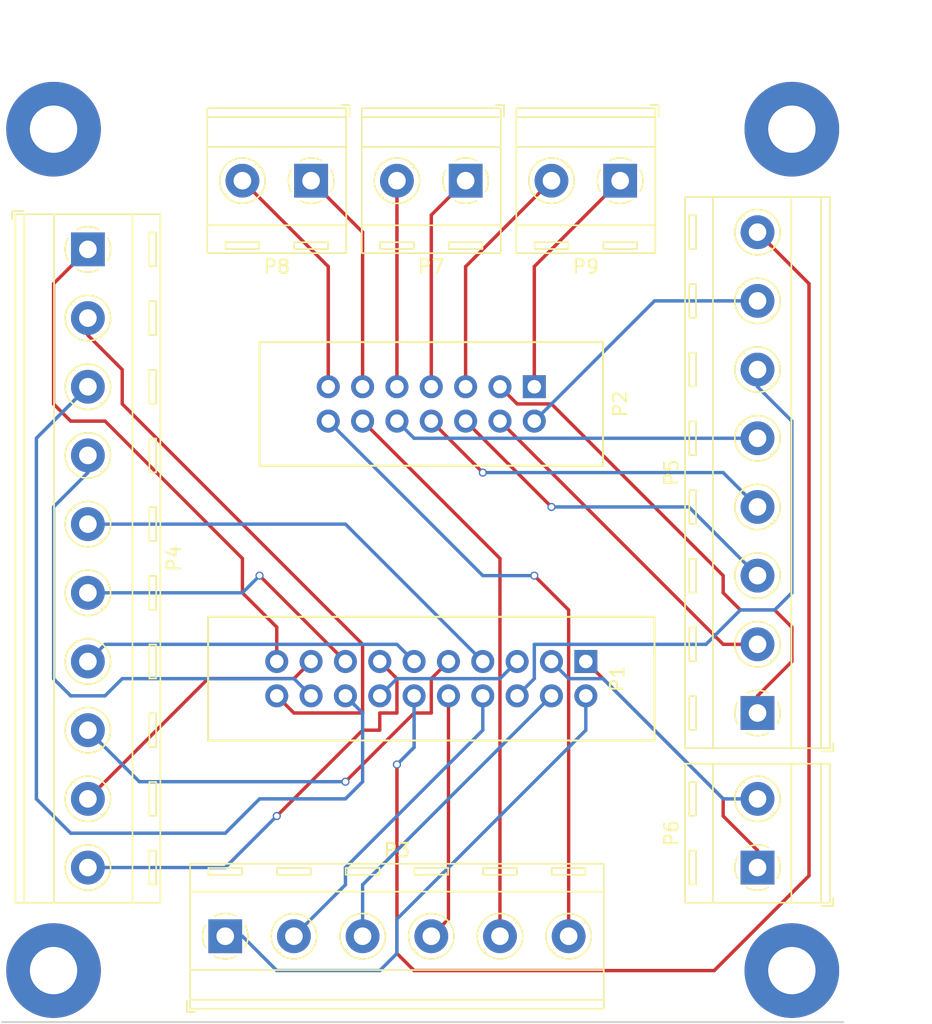
<source format=kicad_pcb>
(kicad_pcb (version 4) (host pcbnew 4.0.7)

  (general
    (links 33)
    (no_connects 1)
    (area 143.51 64.77 218.44 140.97)
    (thickness 1.6)
    (drawings 6)
    (tracks 146)
    (zones 0)
    (modules 13)
    (nets 34)
  )

  (page A4)
  (layers
    (0 F.Cu signal)
    (31 B.Cu signal)
    (32 B.Adhes user)
    (33 F.Adhes user)
    (34 B.Paste user)
    (35 F.Paste user)
    (36 B.SilkS user)
    (37 F.SilkS user)
    (38 B.Mask user)
    (39 F.Mask user)
    (40 Dwgs.User user)
    (41 Cmts.User user)
    (42 Eco1.User user)
    (43 Eco2.User user)
    (44 Edge.Cuts user)
    (45 Margin user)
    (46 B.CrtYd user)
    (47 F.CrtYd user)
    (48 B.Fab user)
    (49 F.Fab user)
  )

  (setup
    (last_trace_width 0.25)
    (trace_clearance 0.2)
    (zone_clearance 0.508)
    (zone_45_only no)
    (trace_min 0.2)
    (segment_width 0.2)
    (edge_width 0.15)
    (via_size 0.6)
    (via_drill 0.4)
    (via_min_size 0.4)
    (via_min_drill 0.3)
    (uvia_size 0.3)
    (uvia_drill 0.1)
    (uvias_allowed no)
    (uvia_min_size 0.2)
    (uvia_min_drill 0.1)
    (pcb_text_width 0.3)
    (pcb_text_size 1.5 1.5)
    (mod_edge_width 0.15)
    (mod_text_size 1 1)
    (mod_text_width 0.15)
    (pad_size 1.524 1.524)
    (pad_drill 0.762)
    (pad_to_mask_clearance 0.2)
    (aux_axis_origin 0 0)
    (visible_elements 7FFFEF7F)
    (pcbplotparams
      (layerselection 0x00030_80000001)
      (usegerberextensions false)
      (excludeedgelayer true)
      (linewidth 0.100000)
      (plotframeref false)
      (viasonmask false)
      (mode 1)
      (useauxorigin false)
      (hpglpennumber 1)
      (hpglpenspeed 20)
      (hpglpendiameter 15)
      (hpglpenoverlay 2)
      (psnegative false)
      (psa4output false)
      (plotreference true)
      (plotvalue true)
      (plotinvisibletext false)
      (padsonsilk false)
      (subtractmaskfromsilk false)
      (outputformat 1)
      (mirror false)
      (drillshape 1)
      (scaleselection 1)
      (outputdirectory ""))
  )

  (net 0 "")
  (net 1 CAN_H)
  (net 2 HVPL_1)
  (net 3 CAN_L)
  (net 4 HVPL_2)
  (net 5 NC)
  (net 6 HVPL_Cock)
  (net 7 APPS1_10)
  (net 8 HVPL_1_RTN)
  (net 9 APPS2_5)
  (net 10 HVPL_2_RTN)
  (net 11 APPS1_RTN)
  (net 12 HVPL_Cock_RTN)
  (net 13 RTN_GLV)
  (net 14 APPS1)
  (net 15 BP)
  (net 16 APPS2)
  (net 17 BOT)
  (net 18 Brake_24A)
  (net 19 Brake_24B)
  (net 20 CH_GND)
  (net 21 CC_LED)
  (net 22 LV_RTN)
  (net 23 IMD_Fault_LED)
  (net 24 24LV)
  (net 25 Drive_BTN_+5)
  (net 26 AIRs+)
  (net 27 Drive_BTN)
  (net 28 AIRs-)
  (net 29 Drive_LED)
  (net 30 IMD_Status)
  (net 31 RTDS)
  (net 32 IMD_PWM)
  (net 33 RTDS_RTN)

  (net_class Default "This is the default net class."
    (clearance 0.2)
    (trace_width 0.25)
    (via_dia 0.6)
    (via_drill 0.4)
    (uvia_dia 0.3)
    (uvia_drill 0.1)
  )

  (net_class rules ""
    (clearance 0.254)
    (trace_width 0.254)
    (via_dia 0.6)
    (via_drill 0.4)
    (uvia_dia 0.3)
    (uvia_drill 0.1)
    (add_net 24LV)
    (add_net AIRs+)
    (add_net AIRs-)
    (add_net APPS1)
    (add_net APPS1_10)
    (add_net APPS1_RTN)
    (add_net APPS2)
    (add_net APPS2_5)
    (add_net BOT)
    (add_net BP)
    (add_net Brake_24A)
    (add_net Brake_24B)
    (add_net CAN_H)
    (add_net CAN_L)
    (add_net CC_LED)
    (add_net CH_GND)
    (add_net Drive_BTN)
    (add_net Drive_BTN_+5)
    (add_net Drive_LED)
    (add_net HVPL_1)
    (add_net HVPL_1_RTN)
    (add_net HVPL_2)
    (add_net HVPL_2_RTN)
    (add_net HVPL_Cock)
    (add_net HVPL_Cock_RTN)
    (add_net IMD_Fault_LED)
    (add_net IMD_PWM)
    (add_net IMD_Status)
    (add_net LV_RTN)
    (add_net NC)
    (add_net RTDS)
    (add_net RTDS_RTN)
    (add_net RTN_GLV)
  )

  (module TerminalBlock_RND:TerminalBlock_RND_205-00295_1x10_P5.08mm_Horizontal placed (layer F.Cu) (tedit 5A7BBF24) (tstamp 5A83D9AF)
    (at 156.21 82.55 270)
    (descr "terminal block RND 205-00295, 10 pins, pitch 5.08mm, size 50.8x10.6mm^2, drill diamater 1.3mm, pad diameter 2.5mm, see http://cdn-reichelt.de/documents/datenblatt/C151/RND_205-00287_DB_EN.pdf, script-generated using https://github.com/pointhi/kicad-footprint-generator/scripts/TerminalBlock_RND")
    (tags "THT terminal block RND 205-00295 pitch 5.08mm size 50.8x10.6mm^2 drill 1.3mm pad 2.5mm")
    (path /5A763DB3)
    (fp_text reference P4 (at 22.86 -6.36 270) (layer F.SilkS)
      (effects (font (size 1 1) (thickness 0.15)))
    )
    (fp_text value CONN_01X10 (at 22.86 6.36 270) (layer F.Fab) hide
      (effects (font (size 1 1) (thickness 0.15)))
    )
    (fp_arc (start 0 0) (end 0 1.68) (angle -28) (layer F.SilkS) (width 0.12))
    (fp_arc (start 0 0) (end 1.484 0.789) (angle -56) (layer F.SilkS) (width 0.12))
    (fp_arc (start 0 0) (end 0.789 -1.484) (angle -56) (layer F.SilkS) (width 0.12))
    (fp_arc (start 0 0) (end -1.484 -0.789) (angle -56) (layer F.SilkS) (width 0.12))
    (fp_arc (start 0 0) (end -0.789 1.484) (angle -29) (layer F.SilkS) (width 0.12))
    (fp_circle (center 0 0) (end 1.5 0) (layer F.Fab) (width 0.1))
    (fp_circle (center 5.08 0) (end 6.58 0) (layer F.Fab) (width 0.1))
    (fp_circle (center 5.08 0) (end 6.76 0) (layer F.SilkS) (width 0.12))
    (fp_circle (center 10.16 0) (end 11.66 0) (layer F.Fab) (width 0.1))
    (fp_circle (center 10.16 0) (end 11.84 0) (layer F.SilkS) (width 0.12))
    (fp_circle (center 15.24 0) (end 16.74 0) (layer F.Fab) (width 0.1))
    (fp_circle (center 15.24 0) (end 16.92 0) (layer F.SilkS) (width 0.12))
    (fp_circle (center 20.32 0) (end 21.82 0) (layer F.Fab) (width 0.1))
    (fp_circle (center 20.32 0) (end 22 0) (layer F.SilkS) (width 0.12))
    (fp_circle (center 25.4 0) (end 26.9 0) (layer F.Fab) (width 0.1))
    (fp_circle (center 25.4 0) (end 27.08 0) (layer F.SilkS) (width 0.12))
    (fp_circle (center 30.48 0) (end 31.98 0) (layer F.Fab) (width 0.1))
    (fp_circle (center 30.48 0) (end 32.16 0) (layer F.SilkS) (width 0.12))
    (fp_circle (center 35.56 0) (end 37.06 0) (layer F.Fab) (width 0.1))
    (fp_circle (center 35.56 0) (end 37.24 0) (layer F.SilkS) (width 0.12))
    (fp_circle (center 40.64 0) (end 42.14 0) (layer F.Fab) (width 0.1))
    (fp_circle (center 40.64 0) (end 42.32 0) (layer F.SilkS) (width 0.12))
    (fp_circle (center 45.72 0) (end 47.22 0) (layer F.Fab) (width 0.1))
    (fp_circle (center 45.72 0) (end 47.4 0) (layer F.SilkS) (width 0.12))
    (fp_line (start -2.54 -5.3) (end 48.26 -5.3) (layer F.Fab) (width 0.1))
    (fp_line (start 48.26 -5.3) (end 48.26 5.3) (layer F.Fab) (width 0.1))
    (fp_line (start 48.26 5.3) (end -1.94 5.3) (layer F.Fab) (width 0.1))
    (fp_line (start -1.94 5.3) (end -2.54 4.7) (layer F.Fab) (width 0.1))
    (fp_line (start -2.54 4.7) (end -2.54 -5.3) (layer F.Fab) (width 0.1))
    (fp_line (start -2.54 4.7) (end 48.26 4.7) (layer F.Fab) (width 0.1))
    (fp_line (start -2.6 4.7) (end 48.32 4.7) (layer F.SilkS) (width 0.12))
    (fp_line (start -2.54 2.5) (end 48.26 2.5) (layer F.Fab) (width 0.1))
    (fp_line (start -2.6 2.5) (end 48.32 2.5) (layer F.SilkS) (width 0.12))
    (fp_line (start -2.54 -3.3) (end 48.26 -3.3) (layer F.Fab) (width 0.1))
    (fp_line (start -2.6 -3.3) (end 48.32 -3.3) (layer F.SilkS) (width 0.12))
    (fp_line (start -2.6 -5.36) (end 48.32 -5.36) (layer F.SilkS) (width 0.12))
    (fp_line (start -2.6 5.36) (end 48.32 5.36) (layer F.SilkS) (width 0.12))
    (fp_line (start -2.6 -5.36) (end -2.6 5.36) (layer F.SilkS) (width 0.12))
    (fp_line (start 48.32 -5.36) (end 48.32 5.36) (layer F.SilkS) (width 0.12))
    (fp_line (start 1.138 -0.955) (end -0.955 1.138) (layer F.Fab) (width 0.1))
    (fp_line (start 0.955 -1.138) (end -1.138 0.955) (layer F.Fab) (width 0.1))
    (fp_line (start -1.25 -5.05) (end -1.25 -4.55) (layer F.Fab) (width 0.1))
    (fp_line (start -1.25 -4.55) (end 1.25 -4.55) (layer F.Fab) (width 0.1))
    (fp_line (start 1.25 -4.55) (end 1.25 -5.05) (layer F.Fab) (width 0.1))
    (fp_line (start 1.25 -5.05) (end -1.25 -5.05) (layer F.Fab) (width 0.1))
    (fp_line (start -1.25 -5.05) (end 1.25 -5.05) (layer F.SilkS) (width 0.12))
    (fp_line (start -1.25 -4.55) (end 1.25 -4.55) (layer F.SilkS) (width 0.12))
    (fp_line (start -1.25 -5.05) (end -1.25 -4.55) (layer F.SilkS) (width 0.12))
    (fp_line (start 1.25 -5.05) (end 1.25 -4.55) (layer F.SilkS) (width 0.12))
    (fp_line (start 6.218 -0.955) (end 4.126 1.138) (layer F.Fab) (width 0.1))
    (fp_line (start 6.035 -1.138) (end 3.943 0.955) (layer F.Fab) (width 0.1))
    (fp_line (start 6.355 -1.069) (end 6.261 -0.976) (layer F.SilkS) (width 0.12))
    (fp_line (start 4.07 1.216) (end 4.011 1.274) (layer F.SilkS) (width 0.12))
    (fp_line (start 6.15 -1.275) (end 6.091 -1.216) (layer F.SilkS) (width 0.12))
    (fp_line (start 3.9 0.976) (end 3.806 1.069) (layer F.SilkS) (width 0.12))
    (fp_line (start 3.83 -5.05) (end 3.83 -4.55) (layer F.Fab) (width 0.1))
    (fp_line (start 3.83 -4.55) (end 6.33 -4.55) (layer F.Fab) (width 0.1))
    (fp_line (start 6.33 -4.55) (end 6.33 -5.05) (layer F.Fab) (width 0.1))
    (fp_line (start 6.33 -5.05) (end 3.83 -5.05) (layer F.Fab) (width 0.1))
    (fp_line (start 3.83 -5.05) (end 6.33 -5.05) (layer F.SilkS) (width 0.12))
    (fp_line (start 3.83 -4.55) (end 6.33 -4.55) (layer F.SilkS) (width 0.12))
    (fp_line (start 3.83 -5.05) (end 3.83 -4.55) (layer F.SilkS) (width 0.12))
    (fp_line (start 6.33 -5.05) (end 6.33 -4.55) (layer F.SilkS) (width 0.12))
    (fp_line (start 11.298 -0.955) (end 9.206 1.138) (layer F.Fab) (width 0.1))
    (fp_line (start 11.115 -1.138) (end 9.023 0.955) (layer F.Fab) (width 0.1))
    (fp_line (start 11.435 -1.069) (end 11.341 -0.976) (layer F.SilkS) (width 0.12))
    (fp_line (start 9.15 1.216) (end 9.091 1.274) (layer F.SilkS) (width 0.12))
    (fp_line (start 11.23 -1.275) (end 11.171 -1.216) (layer F.SilkS) (width 0.12))
    (fp_line (start 8.98 0.976) (end 8.886 1.069) (layer F.SilkS) (width 0.12))
    (fp_line (start 8.91 -5.05) (end 8.91 -4.55) (layer F.Fab) (width 0.1))
    (fp_line (start 8.91 -4.55) (end 11.41 -4.55) (layer F.Fab) (width 0.1))
    (fp_line (start 11.41 -4.55) (end 11.41 -5.05) (layer F.Fab) (width 0.1))
    (fp_line (start 11.41 -5.05) (end 8.91 -5.05) (layer F.Fab) (width 0.1))
    (fp_line (start 8.91 -5.05) (end 11.41 -5.05) (layer F.SilkS) (width 0.12))
    (fp_line (start 8.91 -4.55) (end 11.41 -4.55) (layer F.SilkS) (width 0.12))
    (fp_line (start 8.91 -5.05) (end 8.91 -4.55) (layer F.SilkS) (width 0.12))
    (fp_line (start 11.41 -5.05) (end 11.41 -4.55) (layer F.SilkS) (width 0.12))
    (fp_line (start 16.378 -0.955) (end 14.286 1.138) (layer F.Fab) (width 0.1))
    (fp_line (start 16.195 -1.138) (end 14.103 0.955) (layer F.Fab) (width 0.1))
    (fp_line (start 16.515 -1.069) (end 16.421 -0.976) (layer F.SilkS) (width 0.12))
    (fp_line (start 14.23 1.216) (end 14.171 1.274) (layer F.SilkS) (width 0.12))
    (fp_line (start 16.31 -1.275) (end 16.251 -1.216) (layer F.SilkS) (width 0.12))
    (fp_line (start 14.06 0.976) (end 13.966 1.069) (layer F.SilkS) (width 0.12))
    (fp_line (start 13.99 -5.05) (end 13.99 -4.55) (layer F.Fab) (width 0.1))
    (fp_line (start 13.99 -4.55) (end 16.49 -4.55) (layer F.Fab) (width 0.1))
    (fp_line (start 16.49 -4.55) (end 16.49 -5.05) (layer F.Fab) (width 0.1))
    (fp_line (start 16.49 -5.05) (end 13.99 -5.05) (layer F.Fab) (width 0.1))
    (fp_line (start 13.99 -5.05) (end 16.49 -5.05) (layer F.SilkS) (width 0.12))
    (fp_line (start 13.99 -4.55) (end 16.49 -4.55) (layer F.SilkS) (width 0.12))
    (fp_line (start 13.99 -5.05) (end 13.99 -4.55) (layer F.SilkS) (width 0.12))
    (fp_line (start 16.49 -5.05) (end 16.49 -4.55) (layer F.SilkS) (width 0.12))
    (fp_line (start 21.458 -0.955) (end 19.366 1.138) (layer F.Fab) (width 0.1))
    (fp_line (start 21.275 -1.138) (end 19.183 0.955) (layer F.Fab) (width 0.1))
    (fp_line (start 21.595 -1.069) (end 21.501 -0.976) (layer F.SilkS) (width 0.12))
    (fp_line (start 19.31 1.216) (end 19.251 1.274) (layer F.SilkS) (width 0.12))
    (fp_line (start 21.39 -1.275) (end 21.331 -1.216) (layer F.SilkS) (width 0.12))
    (fp_line (start 19.14 0.976) (end 19.046 1.069) (layer F.SilkS) (width 0.12))
    (fp_line (start 19.07 -5.05) (end 19.07 -4.55) (layer F.Fab) (width 0.1))
    (fp_line (start 19.07 -4.55) (end 21.57 -4.55) (layer F.Fab) (width 0.1))
    (fp_line (start 21.57 -4.55) (end 21.57 -5.05) (layer F.Fab) (width 0.1))
    (fp_line (start 21.57 -5.05) (end 19.07 -5.05) (layer F.Fab) (width 0.1))
    (fp_line (start 19.07 -5.05) (end 21.57 -5.05) (layer F.SilkS) (width 0.12))
    (fp_line (start 19.07 -4.55) (end 21.57 -4.55) (layer F.SilkS) (width 0.12))
    (fp_line (start 19.07 -5.05) (end 19.07 -4.55) (layer F.SilkS) (width 0.12))
    (fp_line (start 21.57 -5.05) (end 21.57 -4.55) (layer F.SilkS) (width 0.12))
    (fp_line (start 26.538 -0.955) (end 24.446 1.138) (layer F.Fab) (width 0.1))
    (fp_line (start 26.355 -1.138) (end 24.263 0.955) (layer F.Fab) (width 0.1))
    (fp_line (start 26.675 -1.069) (end 26.581 -0.976) (layer F.SilkS) (width 0.12))
    (fp_line (start 24.39 1.216) (end 24.331 1.274) (layer F.SilkS) (width 0.12))
    (fp_line (start 26.47 -1.275) (end 26.411 -1.216) (layer F.SilkS) (width 0.12))
    (fp_line (start 24.22 0.976) (end 24.126 1.069) (layer F.SilkS) (width 0.12))
    (fp_line (start 24.15 -5.05) (end 24.15 -4.55) (layer F.Fab) (width 0.1))
    (fp_line (start 24.15 -4.55) (end 26.65 -4.55) (layer F.Fab) (width 0.1))
    (fp_line (start 26.65 -4.55) (end 26.65 -5.05) (layer F.Fab) (width 0.1))
    (fp_line (start 26.65 -5.05) (end 24.15 -5.05) (layer F.Fab) (width 0.1))
    (fp_line (start 24.15 -5.05) (end 26.65 -5.05) (layer F.SilkS) (width 0.12))
    (fp_line (start 24.15 -4.55) (end 26.65 -4.55) (layer F.SilkS) (width 0.12))
    (fp_line (start 24.15 -5.05) (end 24.15 -4.55) (layer F.SilkS) (width 0.12))
    (fp_line (start 26.65 -5.05) (end 26.65 -4.55) (layer F.SilkS) (width 0.12))
    (fp_line (start 31.618 -0.955) (end 29.526 1.138) (layer F.Fab) (width 0.1))
    (fp_line (start 31.435 -1.138) (end 29.343 0.955) (layer F.Fab) (width 0.1))
    (fp_line (start 31.755 -1.069) (end 31.661 -0.976) (layer F.SilkS) (width 0.12))
    (fp_line (start 29.47 1.216) (end 29.411 1.274) (layer F.SilkS) (width 0.12))
    (fp_line (start 31.55 -1.275) (end 31.491 -1.216) (layer F.SilkS) (width 0.12))
    (fp_line (start 29.3 0.976) (end 29.206 1.069) (layer F.SilkS) (width 0.12))
    (fp_line (start 29.23 -5.05) (end 29.23 -4.55) (layer F.Fab) (width 0.1))
    (fp_line (start 29.23 -4.55) (end 31.73 -4.55) (layer F.Fab) (width 0.1))
    (fp_line (start 31.73 -4.55) (end 31.73 -5.05) (layer F.Fab) (width 0.1))
    (fp_line (start 31.73 -5.05) (end 29.23 -5.05) (layer F.Fab) (width 0.1))
    (fp_line (start 29.23 -5.05) (end 31.73 -5.05) (layer F.SilkS) (width 0.12))
    (fp_line (start 29.23 -4.55) (end 31.73 -4.55) (layer F.SilkS) (width 0.12))
    (fp_line (start 29.23 -5.05) (end 29.23 -4.55) (layer F.SilkS) (width 0.12))
    (fp_line (start 31.73 -5.05) (end 31.73 -4.55) (layer F.SilkS) (width 0.12))
    (fp_line (start 36.698 -0.955) (end 34.606 1.138) (layer F.Fab) (width 0.1))
    (fp_line (start 36.515 -1.138) (end 34.423 0.955) (layer F.Fab) (width 0.1))
    (fp_line (start 36.835 -1.069) (end 36.741 -0.976) (layer F.SilkS) (width 0.12))
    (fp_line (start 34.55 1.216) (end 34.491 1.274) (layer F.SilkS) (width 0.12))
    (fp_line (start 36.63 -1.275) (end 36.571 -1.216) (layer F.SilkS) (width 0.12))
    (fp_line (start 34.38 0.976) (end 34.286 1.069) (layer F.SilkS) (width 0.12))
    (fp_line (start 34.31 -5.05) (end 34.31 -4.55) (layer F.Fab) (width 0.1))
    (fp_line (start 34.31 -4.55) (end 36.81 -4.55) (layer F.Fab) (width 0.1))
    (fp_line (start 36.81 -4.55) (end 36.81 -5.05) (layer F.Fab) (width 0.1))
    (fp_line (start 36.81 -5.05) (end 34.31 -5.05) (layer F.Fab) (width 0.1))
    (fp_line (start 34.31 -5.05) (end 36.81 -5.05) (layer F.SilkS) (width 0.12))
    (fp_line (start 34.31 -4.55) (end 36.81 -4.55) (layer F.SilkS) (width 0.12))
    (fp_line (start 34.31 -5.05) (end 34.31 -4.55) (layer F.SilkS) (width 0.12))
    (fp_line (start 36.81 -5.05) (end 36.81 -4.55) (layer F.SilkS) (width 0.12))
    (fp_line (start 41.778 -0.955) (end 39.686 1.138) (layer F.Fab) (width 0.1))
    (fp_line (start 41.595 -1.138) (end 39.503 0.955) (layer F.Fab) (width 0.1))
    (fp_line (start 41.915 -1.069) (end 41.821 -0.976) (layer F.SilkS) (width 0.12))
    (fp_line (start 39.63 1.216) (end 39.571 1.274) (layer F.SilkS) (width 0.12))
    (fp_line (start 41.71 -1.275) (end 41.651 -1.216) (layer F.SilkS) (width 0.12))
    (fp_line (start 39.46 0.976) (end 39.366 1.069) (layer F.SilkS) (width 0.12))
    (fp_line (start 39.39 -5.05) (end 39.39 -4.55) (layer F.Fab) (width 0.1))
    (fp_line (start 39.39 -4.55) (end 41.89 -4.55) (layer F.Fab) (width 0.1))
    (fp_line (start 41.89 -4.55) (end 41.89 -5.05) (layer F.Fab) (width 0.1))
    (fp_line (start 41.89 -5.05) (end 39.39 -5.05) (layer F.Fab) (width 0.1))
    (fp_line (start 39.39 -5.05) (end 41.89 -5.05) (layer F.SilkS) (width 0.12))
    (fp_line (start 39.39 -4.55) (end 41.89 -4.55) (layer F.SilkS) (width 0.12))
    (fp_line (start 39.39 -5.05) (end 39.39 -4.55) (layer F.SilkS) (width 0.12))
    (fp_line (start 41.89 -5.05) (end 41.89 -4.55) (layer F.SilkS) (width 0.12))
    (fp_line (start 46.858 -0.955) (end 44.766 1.138) (layer F.Fab) (width 0.1))
    (fp_line (start 46.675 -1.138) (end 44.583 0.955) (layer F.Fab) (width 0.1))
    (fp_line (start 46.995 -1.069) (end 46.901 -0.976) (layer F.SilkS) (width 0.12))
    (fp_line (start 44.71 1.216) (end 44.651 1.274) (layer F.SilkS) (width 0.12))
    (fp_line (start 46.79 -1.275) (end 46.731 -1.216) (layer F.SilkS) (width 0.12))
    (fp_line (start 44.54 0.976) (end 44.446 1.069) (layer F.SilkS) (width 0.12))
    (fp_line (start 44.47 -5.05) (end 44.47 -4.55) (layer F.Fab) (width 0.1))
    (fp_line (start 44.47 -4.55) (end 46.97 -4.55) (layer F.Fab) (width 0.1))
    (fp_line (start 46.97 -4.55) (end 46.97 -5.05) (layer F.Fab) (width 0.1))
    (fp_line (start 46.97 -5.05) (end 44.47 -5.05) (layer F.Fab) (width 0.1))
    (fp_line (start 44.47 -5.05) (end 46.97 -5.05) (layer F.SilkS) (width 0.12))
    (fp_line (start 44.47 -4.55) (end 46.97 -4.55) (layer F.SilkS) (width 0.12))
    (fp_line (start 44.47 -5.05) (end 44.47 -4.55) (layer F.SilkS) (width 0.12))
    (fp_line (start 46.97 -5.05) (end 46.97 -4.55) (layer F.SilkS) (width 0.12))
    (fp_line (start -2.84 4.76) (end -2.84 5.6) (layer F.SilkS) (width 0.12))
    (fp_line (start -2.84 5.6) (end -2.24 5.6) (layer F.SilkS) (width 0.12))
    (fp_line (start -3.05 -5.8) (end -3.05 5.8) (layer F.CrtYd) (width 0.05))
    (fp_line (start -3.05 5.8) (end 48.8 5.8) (layer F.CrtYd) (width 0.05))
    (fp_line (start 48.8 5.8) (end 48.8 -5.8) (layer F.CrtYd) (width 0.05))
    (fp_line (start 48.8 -5.8) (end -3.05 -5.8) (layer F.CrtYd) (width 0.05))
    (fp_text user W24 (at -3.81 0 360) (layer F.Fab)
      (effects (font (size 1 1) (thickness 0.15)))
    )
    (pad 1 thru_hole rect (at 0 0 270) (size 2.5 2.5) (drill 1.3) (layers *.Cu *.Mask)
      (net 18 Brake_24A))
    (pad 2 thru_hole circle (at 5.08 0 270) (size 2.5 2.5) (drill 1.3) (layers *.Cu *.Mask)
      (net 19 Brake_24B))
    (pad 3 thru_hole circle (at 10.16 0 270) (size 2.5 2.5) (drill 1.3) (layers *.Cu *.Mask)
      (net 15 BP))
    (pad 4 thru_hole circle (at 15.24 0 270) (size 2.5 2.5) (drill 1.3) (layers *.Cu *.Mask)
      (net 17 BOT))
    (pad 5 thru_hole circle (at 20.32 0 270) (size 2.5 2.5) (drill 1.3) (layers *.Cu *.Mask)
      (net 7 APPS1_10))
    (pad 6 thru_hole circle (at 25.4 0 270) (size 2.5 2.5) (drill 1.3) (layers *.Cu *.Mask)
      (net 14 APPS1))
    (pad 7 thru_hole circle (at 30.48 0 270) (size 2.5 2.5) (drill 1.3) (layers *.Cu *.Mask)
      (net 11 APPS1_RTN))
    (pad 8 thru_hole circle (at 35.56 0 270) (size 2.5 2.5) (drill 1.3) (layers *.Cu *.Mask)
      (net 9 APPS2_5))
    (pad 9 thru_hole circle (at 40.64 0 270) (size 2.5 2.5) (drill 1.3) (layers *.Cu *.Mask)
      (net 16 APPS2))
    (pad 10 thru_hole circle (at 45.72 0 270) (size 2.5 2.5) (drill 1.3) (layers *.Cu *.Mask)
      (net 13 RTN_GLV))
    (model ${KISYS3DMOD}/TerminalBlock_RND.3dshapes/TerminalBlock_RND_205-00295_1x10_P5.08mm_Horizontal.wrl
      (at (xyz 0 0 0))
      (scale (xyz 1 1 1))
      (rotate (xyz 0 0 0))
    )
  )

  (module TerminalBlock_RND:TerminalBlock_RND_205-00291_1x06_P5.08mm_Horizontal placed (layer F.Cu) (tedit 5A7BBD2A) (tstamp 5A83D8EB)
    (at 166.37 133.35)
    (descr "terminal block RND 205-00291, 6 pins, pitch 5.08mm, size 30.479999999999997x10.6mm^2, drill diamater 1.3mm, pad diameter 2.5mm, see http://cdn-reichelt.de/documents/datenblatt/C151/RND_205-00287_DB_EN.pdf, script-generated using https://github.com/pointhi/kicad-footprint-generator/scripts/TerminalBlock_RND")
    (tags "THT terminal block RND 205-00291 pitch 5.08mm size 30.479999999999997x10.6mm^2 drill 1.3mm pad 2.5mm")
    (path /5A77AB92)
    (fp_text reference P3 (at 12.7 -6.36) (layer F.SilkS)
      (effects (font (size 1 1) (thickness 0.15)))
    )
    (fp_text value CONN_01X06 (at 12.7 6.36) (layer F.Fab) hide
      (effects (font (size 1 1) (thickness 0.15)))
    )
    (fp_arc (start 0 0) (end 0 1.68) (angle -28) (layer F.SilkS) (width 0.12))
    (fp_arc (start 0 0) (end 1.484 0.789) (angle -56) (layer F.SilkS) (width 0.12))
    (fp_arc (start 0 0) (end 0.789 -1.484) (angle -56) (layer F.SilkS) (width 0.12))
    (fp_arc (start 0 0) (end -1.484 -0.789) (angle -56) (layer F.SilkS) (width 0.12))
    (fp_arc (start 0 0) (end -0.789 1.484) (angle -29) (layer F.SilkS) (width 0.12))
    (fp_circle (center 0 0) (end 1.5 0) (layer F.Fab) (width 0.1))
    (fp_circle (center 5.08 0) (end 6.58 0) (layer F.Fab) (width 0.1))
    (fp_circle (center 5.08 0) (end 6.76 0) (layer F.SilkS) (width 0.12))
    (fp_circle (center 10.16 0) (end 11.66 0) (layer F.Fab) (width 0.1))
    (fp_circle (center 10.16 0) (end 11.84 0) (layer F.SilkS) (width 0.12))
    (fp_circle (center 15.24 0) (end 16.74 0) (layer F.Fab) (width 0.1))
    (fp_circle (center 15.24 0) (end 16.92 0) (layer F.SilkS) (width 0.12))
    (fp_circle (center 20.32 0) (end 21.82 0) (layer F.Fab) (width 0.1))
    (fp_circle (center 20.32 0) (end 22 0) (layer F.SilkS) (width 0.12))
    (fp_circle (center 25.4 0) (end 26.9 0) (layer F.Fab) (width 0.1))
    (fp_circle (center 25.4 0) (end 27.08 0) (layer F.SilkS) (width 0.12))
    (fp_line (start -2.54 -5.3) (end 27.94 -5.3) (layer F.Fab) (width 0.1))
    (fp_line (start 27.94 -5.3) (end 27.94 5.3) (layer F.Fab) (width 0.1))
    (fp_line (start 27.94 5.3) (end -1.94 5.3) (layer F.Fab) (width 0.1))
    (fp_line (start -1.94 5.3) (end -2.54 4.7) (layer F.Fab) (width 0.1))
    (fp_line (start -2.54 4.7) (end -2.54 -5.3) (layer F.Fab) (width 0.1))
    (fp_line (start -2.54 4.7) (end 27.94 4.7) (layer F.Fab) (width 0.1))
    (fp_line (start -2.6 4.7) (end 28 4.7) (layer F.SilkS) (width 0.12))
    (fp_line (start -2.54 2.5) (end 27.94 2.5) (layer F.Fab) (width 0.1))
    (fp_line (start -2.6 2.5) (end 28 2.5) (layer F.SilkS) (width 0.12))
    (fp_line (start -2.54 -3.3) (end 27.94 -3.3) (layer F.Fab) (width 0.1))
    (fp_line (start -2.6 -3.3) (end 28 -3.3) (layer F.SilkS) (width 0.12))
    (fp_line (start -2.6 -5.36) (end 28 -5.36) (layer F.SilkS) (width 0.12))
    (fp_line (start -2.6 5.36) (end 28 5.36) (layer F.SilkS) (width 0.12))
    (fp_line (start -2.6 -5.36) (end -2.6 5.36) (layer F.SilkS) (width 0.12))
    (fp_line (start 28 -5.36) (end 28 5.36) (layer F.SilkS) (width 0.12))
    (fp_line (start 1.138 -0.955) (end -0.955 1.138) (layer F.Fab) (width 0.1))
    (fp_line (start 0.955 -1.138) (end -1.138 0.955) (layer F.Fab) (width 0.1))
    (fp_line (start -1.25 -5.05) (end -1.25 -4.55) (layer F.Fab) (width 0.1))
    (fp_line (start -1.25 -4.55) (end 1.25 -4.55) (layer F.Fab) (width 0.1))
    (fp_line (start 1.25 -4.55) (end 1.25 -5.05) (layer F.Fab) (width 0.1))
    (fp_line (start 1.25 -5.05) (end -1.25 -5.05) (layer F.Fab) (width 0.1))
    (fp_line (start -1.25 -5.05) (end 1.25 -5.05) (layer F.SilkS) (width 0.12))
    (fp_line (start -1.25 -4.55) (end 1.25 -4.55) (layer F.SilkS) (width 0.12))
    (fp_line (start -1.25 -5.05) (end -1.25 -4.55) (layer F.SilkS) (width 0.12))
    (fp_line (start 1.25 -5.05) (end 1.25 -4.55) (layer F.SilkS) (width 0.12))
    (fp_line (start 6.218 -0.955) (end 4.126 1.138) (layer F.Fab) (width 0.1))
    (fp_line (start 6.035 -1.138) (end 3.943 0.955) (layer F.Fab) (width 0.1))
    (fp_line (start 6.355 -1.069) (end 6.261 -0.976) (layer F.SilkS) (width 0.12))
    (fp_line (start 4.07 1.216) (end 4.011 1.274) (layer F.SilkS) (width 0.12))
    (fp_line (start 6.15 -1.275) (end 6.091 -1.216) (layer F.SilkS) (width 0.12))
    (fp_line (start 3.9 0.976) (end 3.806 1.069) (layer F.SilkS) (width 0.12))
    (fp_line (start 3.83 -5.05) (end 3.83 -4.55) (layer F.Fab) (width 0.1))
    (fp_line (start 3.83 -4.55) (end 6.33 -4.55) (layer F.Fab) (width 0.1))
    (fp_line (start 6.33 -4.55) (end 6.33 -5.05) (layer F.Fab) (width 0.1))
    (fp_line (start 6.33 -5.05) (end 3.83 -5.05) (layer F.Fab) (width 0.1))
    (fp_line (start 3.83 -5.05) (end 6.33 -5.05) (layer F.SilkS) (width 0.12))
    (fp_line (start 3.83 -4.55) (end 6.33 -4.55) (layer F.SilkS) (width 0.12))
    (fp_line (start 3.83 -5.05) (end 3.83 -4.55) (layer F.SilkS) (width 0.12))
    (fp_line (start 6.33 -5.05) (end 6.33 -4.55) (layer F.SilkS) (width 0.12))
    (fp_line (start 11.298 -0.955) (end 9.206 1.138) (layer F.Fab) (width 0.1))
    (fp_line (start 11.115 -1.138) (end 9.023 0.955) (layer F.Fab) (width 0.1))
    (fp_line (start 11.435 -1.069) (end 11.341 -0.976) (layer F.SilkS) (width 0.12))
    (fp_line (start 9.15 1.216) (end 9.091 1.274) (layer F.SilkS) (width 0.12))
    (fp_line (start 11.23 -1.275) (end 11.171 -1.216) (layer F.SilkS) (width 0.12))
    (fp_line (start 8.98 0.976) (end 8.886 1.069) (layer F.SilkS) (width 0.12))
    (fp_line (start 8.91 -5.05) (end 8.91 -4.55) (layer F.Fab) (width 0.1))
    (fp_line (start 8.91 -4.55) (end 11.41 -4.55) (layer F.Fab) (width 0.1))
    (fp_line (start 11.41 -4.55) (end 11.41 -5.05) (layer F.Fab) (width 0.1))
    (fp_line (start 11.41 -5.05) (end 8.91 -5.05) (layer F.Fab) (width 0.1))
    (fp_line (start 8.91 -5.05) (end 11.41 -5.05) (layer F.SilkS) (width 0.12))
    (fp_line (start 8.91 -4.55) (end 11.41 -4.55) (layer F.SilkS) (width 0.12))
    (fp_line (start 8.91 -5.05) (end 8.91 -4.55) (layer F.SilkS) (width 0.12))
    (fp_line (start 11.41 -5.05) (end 11.41 -4.55) (layer F.SilkS) (width 0.12))
    (fp_line (start 16.378 -0.955) (end 14.286 1.138) (layer F.Fab) (width 0.1))
    (fp_line (start 16.195 -1.138) (end 14.103 0.955) (layer F.Fab) (width 0.1))
    (fp_line (start 16.515 -1.069) (end 16.421 -0.976) (layer F.SilkS) (width 0.12))
    (fp_line (start 14.23 1.216) (end 14.171 1.274) (layer F.SilkS) (width 0.12))
    (fp_line (start 16.31 -1.275) (end 16.251 -1.216) (layer F.SilkS) (width 0.12))
    (fp_line (start 14.06 0.976) (end 13.966 1.069) (layer F.SilkS) (width 0.12))
    (fp_line (start 13.99 -5.05) (end 13.99 -4.55) (layer F.Fab) (width 0.1))
    (fp_line (start 13.99 -4.55) (end 16.49 -4.55) (layer F.Fab) (width 0.1))
    (fp_line (start 16.49 -4.55) (end 16.49 -5.05) (layer F.Fab) (width 0.1))
    (fp_line (start 16.49 -5.05) (end 13.99 -5.05) (layer F.Fab) (width 0.1))
    (fp_line (start 13.99 -5.05) (end 16.49 -5.05) (layer F.SilkS) (width 0.12))
    (fp_line (start 13.99 -4.55) (end 16.49 -4.55) (layer F.SilkS) (width 0.12))
    (fp_line (start 13.99 -5.05) (end 13.99 -4.55) (layer F.SilkS) (width 0.12))
    (fp_line (start 16.49 -5.05) (end 16.49 -4.55) (layer F.SilkS) (width 0.12))
    (fp_line (start 21.458 -0.955) (end 19.366 1.138) (layer F.Fab) (width 0.1))
    (fp_line (start 21.275 -1.138) (end 19.183 0.955) (layer F.Fab) (width 0.1))
    (fp_line (start 21.595 -1.069) (end 21.501 -0.976) (layer F.SilkS) (width 0.12))
    (fp_line (start 19.31 1.216) (end 19.251 1.274) (layer F.SilkS) (width 0.12))
    (fp_line (start 21.39 -1.275) (end 21.331 -1.216) (layer F.SilkS) (width 0.12))
    (fp_line (start 19.14 0.976) (end 19.046 1.069) (layer F.SilkS) (width 0.12))
    (fp_line (start 19.07 -5.05) (end 19.07 -4.55) (layer F.Fab) (width 0.1))
    (fp_line (start 19.07 -4.55) (end 21.57 -4.55) (layer F.Fab) (width 0.1))
    (fp_line (start 21.57 -4.55) (end 21.57 -5.05) (layer F.Fab) (width 0.1))
    (fp_line (start 21.57 -5.05) (end 19.07 -5.05) (layer F.Fab) (width 0.1))
    (fp_line (start 19.07 -5.05) (end 21.57 -5.05) (layer F.SilkS) (width 0.12))
    (fp_line (start 19.07 -4.55) (end 21.57 -4.55) (layer F.SilkS) (width 0.12))
    (fp_line (start 19.07 -5.05) (end 19.07 -4.55) (layer F.SilkS) (width 0.12))
    (fp_line (start 21.57 -5.05) (end 21.57 -4.55) (layer F.SilkS) (width 0.12))
    (fp_line (start 26.538 -0.955) (end 24.446 1.138) (layer F.Fab) (width 0.1))
    (fp_line (start 26.355 -1.138) (end 24.263 0.955) (layer F.Fab) (width 0.1))
    (fp_line (start 26.675 -1.069) (end 26.581 -0.976) (layer F.SilkS) (width 0.12))
    (fp_line (start 24.39 1.216) (end 24.331 1.274) (layer F.SilkS) (width 0.12))
    (fp_line (start 26.47 -1.275) (end 26.411 -1.216) (layer F.SilkS) (width 0.12))
    (fp_line (start 24.22 0.976) (end 24.126 1.069) (layer F.SilkS) (width 0.12))
    (fp_line (start 24.15 -5.05) (end 24.15 -4.55) (layer F.Fab) (width 0.1))
    (fp_line (start 24.15 -4.55) (end 26.65 -4.55) (layer F.Fab) (width 0.1))
    (fp_line (start 26.65 -4.55) (end 26.65 -5.05) (layer F.Fab) (width 0.1))
    (fp_line (start 26.65 -5.05) (end 24.15 -5.05) (layer F.Fab) (width 0.1))
    (fp_line (start 24.15 -5.05) (end 26.65 -5.05) (layer F.SilkS) (width 0.12))
    (fp_line (start 24.15 -4.55) (end 26.65 -4.55) (layer F.SilkS) (width 0.12))
    (fp_line (start 24.15 -5.05) (end 24.15 -4.55) (layer F.SilkS) (width 0.12))
    (fp_line (start 26.65 -5.05) (end 26.65 -4.55) (layer F.SilkS) (width 0.12))
    (fp_line (start -2.84 4.76) (end -2.84 5.6) (layer F.SilkS) (width 0.12))
    (fp_line (start -2.84 5.6) (end -2.24 5.6) (layer F.SilkS) (width 0.12))
    (fp_line (start -3.05 -5.8) (end -3.05 5.8) (layer F.CrtYd) (width 0.05))
    (fp_line (start -3.05 5.8) (end 28.45 5.8) (layer F.CrtYd) (width 0.05))
    (fp_line (start 28.45 5.8) (end 28.45 -5.8) (layer F.CrtYd) (width 0.05))
    (fp_line (start 28.45 -5.8) (end -3.05 -5.8) (layer F.CrtYd) (width 0.05))
    (fp_text user W23 (at -3.81 0 90) (layer F.Fab)
      (effects (font (size 1 1) (thickness 0.15)))
    )
    (pad 1 thru_hole rect (at 0 0) (size 2.5 2.5) (drill 1.3) (layers *.Cu *.Mask)
      (net 2 HVPL_1))
    (pad 2 thru_hole circle (at 5.08 0) (size 2.5 2.5) (drill 1.3) (layers *.Cu *.Mask)
      (net 8 HVPL_1_RTN))
    (pad 3 thru_hole circle (at 10.16 0) (size 2.5 2.5) (drill 1.3) (layers *.Cu *.Mask)
      (net 4 HVPL_2))
    (pad 4 thru_hole circle (at 15.24 0) (size 2.5 2.5) (drill 1.3) (layers *.Cu *.Mask)
      (net 10 HVPL_2_RTN))
    (pad 5 thru_hole circle (at 20.32 0) (size 2.5 2.5) (drill 1.3) (layers *.Cu *.Mask)
      (net 31 RTDS))
    (pad 6 thru_hole circle (at 25.4 0) (size 2.5 2.5) (drill 1.3) (layers *.Cu *.Mask)
      (net 33 RTDS_RTN))
    (model ${KISYS3DMOD}/TerminalBlock_RND.3dshapes/TerminalBlock_RND_205-00291_1x06_P5.08mm_Horizontal.wrl
      (at (xyz 0 0 0))
      (scale (xyz 1 1 1))
      (rotate (xyz 0 0 0))
    )
  )

  (module TerminalBlock_RND:TerminalBlock_RND_205-00293_1x08_P5.08mm_Horizontal placed (layer F.Cu) (tedit 5A7BBD6D) (tstamp 5A83DA51)
    (at 205.74 116.84 90)
    (descr "terminal block RND 205-00293, 8 pins, pitch 5.08mm, size 40.64x10.6mm^2, drill diamater 1.3mm, pad diameter 2.5mm, see http://cdn-reichelt.de/documents/datenblatt/C151/RND_205-00287_DB_EN.pdf, script-generated using https://github.com/pointhi/kicad-footprint-generator/scripts/TerminalBlock_RND")
    (tags "THT terminal block RND 205-00293 pitch 5.08mm size 40.64x10.6mm^2 drill 1.3mm pad 2.5mm")
    (path /5A77C92C)
    (fp_text reference P5 (at 17.78 -6.36 90) (layer F.SilkS)
      (effects (font (size 1 1) (thickness 0.15)))
    )
    (fp_text value CONN_01X08 (at 17.78 6.36 90) (layer F.Fab) hide
      (effects (font (size 1 1) (thickness 0.15)))
    )
    (fp_arc (start 0 0) (end 0 1.68) (angle -28) (layer F.SilkS) (width 0.12))
    (fp_arc (start 0 0) (end 1.484 0.789) (angle -56) (layer F.SilkS) (width 0.12))
    (fp_arc (start 0 0) (end 0.789 -1.484) (angle -56) (layer F.SilkS) (width 0.12))
    (fp_arc (start 0 0) (end -1.484 -0.789) (angle -56) (layer F.SilkS) (width 0.12))
    (fp_arc (start 0 0) (end -0.789 1.484) (angle -29) (layer F.SilkS) (width 0.12))
    (fp_circle (center 0 0) (end 1.5 0) (layer F.Fab) (width 0.1))
    (fp_circle (center 5.08 0) (end 6.58 0) (layer F.Fab) (width 0.1))
    (fp_circle (center 5.08 0) (end 6.76 0) (layer F.SilkS) (width 0.12))
    (fp_circle (center 10.16 0) (end 11.66 0) (layer F.Fab) (width 0.1))
    (fp_circle (center 10.16 0) (end 11.84 0) (layer F.SilkS) (width 0.12))
    (fp_circle (center 15.24 0) (end 16.74 0) (layer F.Fab) (width 0.1))
    (fp_circle (center 15.24 0) (end 16.92 0) (layer F.SilkS) (width 0.12))
    (fp_circle (center 20.32 0) (end 21.82 0) (layer F.Fab) (width 0.1))
    (fp_circle (center 20.32 0) (end 22 0) (layer F.SilkS) (width 0.12))
    (fp_circle (center 25.4 0) (end 26.9 0) (layer F.Fab) (width 0.1))
    (fp_circle (center 25.4 0) (end 27.08 0) (layer F.SilkS) (width 0.12))
    (fp_circle (center 30.48 0) (end 31.98 0) (layer F.Fab) (width 0.1))
    (fp_circle (center 30.48 0) (end 32.16 0) (layer F.SilkS) (width 0.12))
    (fp_circle (center 35.56 0) (end 37.06 0) (layer F.Fab) (width 0.1))
    (fp_circle (center 35.56 0) (end 37.24 0) (layer F.SilkS) (width 0.12))
    (fp_line (start -2.54 -5.3) (end 38.1 -5.3) (layer F.Fab) (width 0.1))
    (fp_line (start 38.1 -5.3) (end 38.1 5.3) (layer F.Fab) (width 0.1))
    (fp_line (start 38.1 5.3) (end -1.94 5.3) (layer F.Fab) (width 0.1))
    (fp_line (start -1.94 5.3) (end -2.54 4.7) (layer F.Fab) (width 0.1))
    (fp_line (start -2.54 4.7) (end -2.54 -5.3) (layer F.Fab) (width 0.1))
    (fp_line (start -2.54 4.7) (end 38.1 4.7) (layer F.Fab) (width 0.1))
    (fp_line (start -2.6 4.7) (end 38.16 4.7) (layer F.SilkS) (width 0.12))
    (fp_line (start -2.54 2.5) (end 38.1 2.5) (layer F.Fab) (width 0.1))
    (fp_line (start -2.6 2.5) (end 38.16 2.5) (layer F.SilkS) (width 0.12))
    (fp_line (start -2.54 -3.3) (end 38.1 -3.3) (layer F.Fab) (width 0.1))
    (fp_line (start -2.6 -3.3) (end 38.16 -3.3) (layer F.SilkS) (width 0.12))
    (fp_line (start -2.6 -5.36) (end 38.16 -5.36) (layer F.SilkS) (width 0.12))
    (fp_line (start -2.6 5.36) (end 38.16 5.36) (layer F.SilkS) (width 0.12))
    (fp_line (start -2.6 -5.36) (end -2.6 5.36) (layer F.SilkS) (width 0.12))
    (fp_line (start 38.16 -5.36) (end 38.16 5.36) (layer F.SilkS) (width 0.12))
    (fp_line (start 1.138 -0.955) (end -0.955 1.138) (layer F.Fab) (width 0.1))
    (fp_line (start 0.955 -1.138) (end -1.138 0.955) (layer F.Fab) (width 0.1))
    (fp_line (start -1.25 -5.05) (end -1.25 -4.55) (layer F.Fab) (width 0.1))
    (fp_line (start -1.25 -4.55) (end 1.25 -4.55) (layer F.Fab) (width 0.1))
    (fp_line (start 1.25 -4.55) (end 1.25 -5.05) (layer F.Fab) (width 0.1))
    (fp_line (start 1.25 -5.05) (end -1.25 -5.05) (layer F.Fab) (width 0.1))
    (fp_line (start -1.25 -5.05) (end 1.25 -5.05) (layer F.SilkS) (width 0.12))
    (fp_line (start -1.25 -4.55) (end 1.25 -4.55) (layer F.SilkS) (width 0.12))
    (fp_line (start -1.25 -5.05) (end -1.25 -4.55) (layer F.SilkS) (width 0.12))
    (fp_line (start 1.25 -5.05) (end 1.25 -4.55) (layer F.SilkS) (width 0.12))
    (fp_line (start 6.218 -0.955) (end 4.126 1.138) (layer F.Fab) (width 0.1))
    (fp_line (start 6.035 -1.138) (end 3.943 0.955) (layer F.Fab) (width 0.1))
    (fp_line (start 6.355 -1.069) (end 6.261 -0.976) (layer F.SilkS) (width 0.12))
    (fp_line (start 4.07 1.216) (end 4.011 1.274) (layer F.SilkS) (width 0.12))
    (fp_line (start 6.15 -1.275) (end 6.091 -1.216) (layer F.SilkS) (width 0.12))
    (fp_line (start 3.9 0.976) (end 3.806 1.069) (layer F.SilkS) (width 0.12))
    (fp_line (start 3.83 -5.05) (end 3.83 -4.55) (layer F.Fab) (width 0.1))
    (fp_line (start 3.83 -4.55) (end 6.33 -4.55) (layer F.Fab) (width 0.1))
    (fp_line (start 6.33 -4.55) (end 6.33 -5.05) (layer F.Fab) (width 0.1))
    (fp_line (start 6.33 -5.05) (end 3.83 -5.05) (layer F.Fab) (width 0.1))
    (fp_line (start 3.83 -5.05) (end 6.33 -5.05) (layer F.SilkS) (width 0.12))
    (fp_line (start 3.83 -4.55) (end 6.33 -4.55) (layer F.SilkS) (width 0.12))
    (fp_line (start 3.83 -5.05) (end 3.83 -4.55) (layer F.SilkS) (width 0.12))
    (fp_line (start 6.33 -5.05) (end 6.33 -4.55) (layer F.SilkS) (width 0.12))
    (fp_line (start 11.298 -0.955) (end 9.206 1.138) (layer F.Fab) (width 0.1))
    (fp_line (start 11.115 -1.138) (end 9.023 0.955) (layer F.Fab) (width 0.1))
    (fp_line (start 11.435 -1.069) (end 11.341 -0.976) (layer F.SilkS) (width 0.12))
    (fp_line (start 9.15 1.216) (end 9.091 1.274) (layer F.SilkS) (width 0.12))
    (fp_line (start 11.23 -1.275) (end 11.171 -1.216) (layer F.SilkS) (width 0.12))
    (fp_line (start 8.98 0.976) (end 8.886 1.069) (layer F.SilkS) (width 0.12))
    (fp_line (start 8.91 -5.05) (end 8.91 -4.55) (layer F.Fab) (width 0.1))
    (fp_line (start 8.91 -4.55) (end 11.41 -4.55) (layer F.Fab) (width 0.1))
    (fp_line (start 11.41 -4.55) (end 11.41 -5.05) (layer F.Fab) (width 0.1))
    (fp_line (start 11.41 -5.05) (end 8.91 -5.05) (layer F.Fab) (width 0.1))
    (fp_line (start 8.91 -5.05) (end 11.41 -5.05) (layer F.SilkS) (width 0.12))
    (fp_line (start 8.91 -4.55) (end 11.41 -4.55) (layer F.SilkS) (width 0.12))
    (fp_line (start 8.91 -5.05) (end 8.91 -4.55) (layer F.SilkS) (width 0.12))
    (fp_line (start 11.41 -5.05) (end 11.41 -4.55) (layer F.SilkS) (width 0.12))
    (fp_line (start 16.378 -0.955) (end 14.286 1.138) (layer F.Fab) (width 0.1))
    (fp_line (start 16.195 -1.138) (end 14.103 0.955) (layer F.Fab) (width 0.1))
    (fp_line (start 16.515 -1.069) (end 16.421 -0.976) (layer F.SilkS) (width 0.12))
    (fp_line (start 14.23 1.216) (end 14.171 1.274) (layer F.SilkS) (width 0.12))
    (fp_line (start 16.31 -1.275) (end 16.251 -1.216) (layer F.SilkS) (width 0.12))
    (fp_line (start 14.06 0.976) (end 13.966 1.069) (layer F.SilkS) (width 0.12))
    (fp_line (start 13.99 -5.05) (end 13.99 -4.55) (layer F.Fab) (width 0.1))
    (fp_line (start 13.99 -4.55) (end 16.49 -4.55) (layer F.Fab) (width 0.1))
    (fp_line (start 16.49 -4.55) (end 16.49 -5.05) (layer F.Fab) (width 0.1))
    (fp_line (start 16.49 -5.05) (end 13.99 -5.05) (layer F.Fab) (width 0.1))
    (fp_line (start 13.99 -5.05) (end 16.49 -5.05) (layer F.SilkS) (width 0.12))
    (fp_line (start 13.99 -4.55) (end 16.49 -4.55) (layer F.SilkS) (width 0.12))
    (fp_line (start 13.99 -5.05) (end 13.99 -4.55) (layer F.SilkS) (width 0.12))
    (fp_line (start 16.49 -5.05) (end 16.49 -4.55) (layer F.SilkS) (width 0.12))
    (fp_line (start 21.458 -0.955) (end 19.366 1.138) (layer F.Fab) (width 0.1))
    (fp_line (start 21.275 -1.138) (end 19.183 0.955) (layer F.Fab) (width 0.1))
    (fp_line (start 21.595 -1.069) (end 21.501 -0.976) (layer F.SilkS) (width 0.12))
    (fp_line (start 19.31 1.216) (end 19.251 1.274) (layer F.SilkS) (width 0.12))
    (fp_line (start 21.39 -1.275) (end 21.331 -1.216) (layer F.SilkS) (width 0.12))
    (fp_line (start 19.14 0.976) (end 19.046 1.069) (layer F.SilkS) (width 0.12))
    (fp_line (start 19.07 -5.05) (end 19.07 -4.55) (layer F.Fab) (width 0.1))
    (fp_line (start 19.07 -4.55) (end 21.57 -4.55) (layer F.Fab) (width 0.1))
    (fp_line (start 21.57 -4.55) (end 21.57 -5.05) (layer F.Fab) (width 0.1))
    (fp_line (start 21.57 -5.05) (end 19.07 -5.05) (layer F.Fab) (width 0.1))
    (fp_line (start 19.07 -5.05) (end 21.57 -5.05) (layer F.SilkS) (width 0.12))
    (fp_line (start 19.07 -4.55) (end 21.57 -4.55) (layer F.SilkS) (width 0.12))
    (fp_line (start 19.07 -5.05) (end 19.07 -4.55) (layer F.SilkS) (width 0.12))
    (fp_line (start 21.57 -5.05) (end 21.57 -4.55) (layer F.SilkS) (width 0.12))
    (fp_line (start 26.538 -0.955) (end 24.446 1.138) (layer F.Fab) (width 0.1))
    (fp_line (start 26.355 -1.138) (end 24.263 0.955) (layer F.Fab) (width 0.1))
    (fp_line (start 26.675 -1.069) (end 26.581 -0.976) (layer F.SilkS) (width 0.12))
    (fp_line (start 24.39 1.216) (end 24.331 1.274) (layer F.SilkS) (width 0.12))
    (fp_line (start 26.47 -1.275) (end 26.411 -1.216) (layer F.SilkS) (width 0.12))
    (fp_line (start 24.22 0.976) (end 24.126 1.069) (layer F.SilkS) (width 0.12))
    (fp_line (start 24.15 -5.05) (end 24.15 -4.55) (layer F.Fab) (width 0.1))
    (fp_line (start 24.15 -4.55) (end 26.65 -4.55) (layer F.Fab) (width 0.1))
    (fp_line (start 26.65 -4.55) (end 26.65 -5.05) (layer F.Fab) (width 0.1))
    (fp_line (start 26.65 -5.05) (end 24.15 -5.05) (layer F.Fab) (width 0.1))
    (fp_line (start 24.15 -5.05) (end 26.65 -5.05) (layer F.SilkS) (width 0.12))
    (fp_line (start 24.15 -4.55) (end 26.65 -4.55) (layer F.SilkS) (width 0.12))
    (fp_line (start 24.15 -5.05) (end 24.15 -4.55) (layer F.SilkS) (width 0.12))
    (fp_line (start 26.65 -5.05) (end 26.65 -4.55) (layer F.SilkS) (width 0.12))
    (fp_line (start 31.618 -0.955) (end 29.526 1.138) (layer F.Fab) (width 0.1))
    (fp_line (start 31.435 -1.138) (end 29.343 0.955) (layer F.Fab) (width 0.1))
    (fp_line (start 31.755 -1.069) (end 31.661 -0.976) (layer F.SilkS) (width 0.12))
    (fp_line (start 29.47 1.216) (end 29.411 1.274) (layer F.SilkS) (width 0.12))
    (fp_line (start 31.55 -1.275) (end 31.491 -1.216) (layer F.SilkS) (width 0.12))
    (fp_line (start 29.3 0.976) (end 29.206 1.069) (layer F.SilkS) (width 0.12))
    (fp_line (start 29.23 -5.05) (end 29.23 -4.55) (layer F.Fab) (width 0.1))
    (fp_line (start 29.23 -4.55) (end 31.73 -4.55) (layer F.Fab) (width 0.1))
    (fp_line (start 31.73 -4.55) (end 31.73 -5.05) (layer F.Fab) (width 0.1))
    (fp_line (start 31.73 -5.05) (end 29.23 -5.05) (layer F.Fab) (width 0.1))
    (fp_line (start 29.23 -5.05) (end 31.73 -5.05) (layer F.SilkS) (width 0.12))
    (fp_line (start 29.23 -4.55) (end 31.73 -4.55) (layer F.SilkS) (width 0.12))
    (fp_line (start 29.23 -5.05) (end 29.23 -4.55) (layer F.SilkS) (width 0.12))
    (fp_line (start 31.73 -5.05) (end 31.73 -4.55) (layer F.SilkS) (width 0.12))
    (fp_line (start 36.698 -0.955) (end 34.606 1.138) (layer F.Fab) (width 0.1))
    (fp_line (start 36.515 -1.138) (end 34.423 0.955) (layer F.Fab) (width 0.1))
    (fp_line (start 36.835 -1.069) (end 36.741 -0.976) (layer F.SilkS) (width 0.12))
    (fp_line (start 34.55 1.216) (end 34.491 1.274) (layer F.SilkS) (width 0.12))
    (fp_line (start 36.63 -1.275) (end 36.571 -1.216) (layer F.SilkS) (width 0.12))
    (fp_line (start 34.38 0.976) (end 34.286 1.069) (layer F.SilkS) (width 0.12))
    (fp_line (start 34.31 -5.05) (end 34.31 -4.55) (layer F.Fab) (width 0.1))
    (fp_line (start 34.31 -4.55) (end 36.81 -4.55) (layer F.Fab) (width 0.1))
    (fp_line (start 36.81 -4.55) (end 36.81 -5.05) (layer F.Fab) (width 0.1))
    (fp_line (start 36.81 -5.05) (end 34.31 -5.05) (layer F.Fab) (width 0.1))
    (fp_line (start 34.31 -5.05) (end 36.81 -5.05) (layer F.SilkS) (width 0.12))
    (fp_line (start 34.31 -4.55) (end 36.81 -4.55) (layer F.SilkS) (width 0.12))
    (fp_line (start 34.31 -5.05) (end 34.31 -4.55) (layer F.SilkS) (width 0.12))
    (fp_line (start 36.81 -5.05) (end 36.81 -4.55) (layer F.SilkS) (width 0.12))
    (fp_line (start -2.84 4.76) (end -2.84 5.6) (layer F.SilkS) (width 0.12))
    (fp_line (start -2.84 5.6) (end -2.24 5.6) (layer F.SilkS) (width 0.12))
    (fp_line (start -3.05 -5.8) (end -3.05 5.8) (layer F.CrtYd) (width 0.05))
    (fp_line (start -3.05 5.8) (end 38.6 5.8) (layer F.CrtYd) (width 0.05))
    (fp_line (start 38.6 5.8) (end 38.6 -5.8) (layer F.CrtYd) (width 0.05))
    (fp_line (start 38.6 -5.8) (end -3.05 -5.8) (layer F.CrtYd) (width 0.05))
    (fp_text user W25 (at -3.81 0 180) (layer F.Fab)
      (effects (font (size 1 1) (thickness 0.15)))
    )
    (pad 1 thru_hole rect (at 0 0 90) (size 2.5 2.5) (drill 1.3) (layers *.Cu *.Mask)
      (net 22 LV_RTN))
    (pad 2 thru_hole circle (at 5.08 0 90) (size 2.5 2.5) (drill 1.3) (layers *.Cu *.Mask)
      (net 23 IMD_Fault_LED))
    (pad 3 thru_hole circle (at 10.16 0 90) (size 2.5 2.5) (drill 1.3) (layers *.Cu *.Mask)
      (net 25 Drive_BTN_+5))
    (pad 4 thru_hole circle (at 15.24 0 90) (size 2.5 2.5) (drill 1.3) (layers *.Cu *.Mask)
      (net 27 Drive_BTN))
    (pad 5 thru_hole circle (at 20.32 0 90) (size 2.5 2.5) (drill 1.3) (layers *.Cu *.Mask)
      (net 29 Drive_LED))
    (pad 6 thru_hole circle (at 25.4 0 90) (size 2.5 2.5) (drill 1.3) (layers *.Cu *.Mask)
      (net 6 HVPL_Cock))
    (pad 7 thru_hole circle (at 30.48 0 90) (size 2.5 2.5) (drill 1.3) (layers *.Cu *.Mask)
      (net 21 CC_LED))
    (pad 8 thru_hole circle (at 35.56 0 90) (size 2.5 2.5) (drill 1.3) (layers *.Cu *.Mask)
      (net 12 HVPL_Cock_RTN))
    (model ${KISYS3DMOD}/TerminalBlock_RND.3dshapes/TerminalBlock_RND_205-00293_1x08_P5.08mm_Horizontal.wrl
      (at (xyz 0 0 0))
      (scale (xyz 1 1 1))
      (rotate (xyz 0 0 0))
    )
  )

  (module TerminalBlock_RND:TerminalBlock_RND_205-00287_1x02_P5.08mm_Horizontal placed (layer F.Cu) (tedit 5A7BBD4C) (tstamp 5A83DA8D)
    (at 205.74 128.27 90)
    (descr "terminal block RND 205-00287, 2 pins, pitch 5.08mm, size 10.16x10.6mm^2, drill diamater 1.3mm, pad diameter 2.5mm, see http://cdn-reichelt.de/documents/datenblatt/C151/RND_205-00287_DB_EN.pdf, script-generated using https://github.com/pointhi/kicad-footprint-generator/scripts/TerminalBlock_RND")
    (tags "THT terminal block RND 205-00287 pitch 5.08mm size 10.16x10.6mm^2 drill 1.3mm pad 2.5mm")
    (path /5A77EF37)
    (fp_text reference P6 (at 2.54 -6.36 90) (layer F.SilkS)
      (effects (font (size 1 1) (thickness 0.15)))
    )
    (fp_text value CONN_01X02 (at 2.54 6.36 90) (layer F.Fab) hide
      (effects (font (size 1 1) (thickness 0.15)))
    )
    (fp_arc (start 0 0) (end 0 1.68) (angle -28) (layer F.SilkS) (width 0.12))
    (fp_arc (start 0 0) (end 1.484 0.789) (angle -56) (layer F.SilkS) (width 0.12))
    (fp_arc (start 0 0) (end 0.789 -1.484) (angle -56) (layer F.SilkS) (width 0.12))
    (fp_arc (start 0 0) (end -1.484 -0.789) (angle -56) (layer F.SilkS) (width 0.12))
    (fp_arc (start 0 0) (end -0.789 1.484) (angle -29) (layer F.SilkS) (width 0.12))
    (fp_circle (center 0 0) (end 1.5 0) (layer F.Fab) (width 0.1))
    (fp_circle (center 5.08 0) (end 6.58 0) (layer F.Fab) (width 0.1))
    (fp_circle (center 5.08 0) (end 6.76 0) (layer F.SilkS) (width 0.12))
    (fp_line (start -2.54 -5.3) (end 7.62 -5.3) (layer F.Fab) (width 0.1))
    (fp_line (start 7.62 -5.3) (end 7.62 5.3) (layer F.Fab) (width 0.1))
    (fp_line (start 7.62 5.3) (end -1.94 5.3) (layer F.Fab) (width 0.1))
    (fp_line (start -1.94 5.3) (end -2.54 4.7) (layer F.Fab) (width 0.1))
    (fp_line (start -2.54 4.7) (end -2.54 -5.3) (layer F.Fab) (width 0.1))
    (fp_line (start -2.54 4.7) (end 7.62 4.7) (layer F.Fab) (width 0.1))
    (fp_line (start -2.6 4.7) (end 7.68 4.7) (layer F.SilkS) (width 0.12))
    (fp_line (start -2.54 2.5) (end 7.62 2.5) (layer F.Fab) (width 0.1))
    (fp_line (start -2.6 2.5) (end 7.68 2.5) (layer F.SilkS) (width 0.12))
    (fp_line (start -2.54 -3.3) (end 7.62 -3.3) (layer F.Fab) (width 0.1))
    (fp_line (start -2.6 -3.3) (end 7.68 -3.3) (layer F.SilkS) (width 0.12))
    (fp_line (start -2.6 -5.36) (end 7.68 -5.36) (layer F.SilkS) (width 0.12))
    (fp_line (start -2.6 5.36) (end 7.68 5.36) (layer F.SilkS) (width 0.12))
    (fp_line (start -2.6 -5.36) (end -2.6 5.36) (layer F.SilkS) (width 0.12))
    (fp_line (start 7.68 -5.36) (end 7.68 5.36) (layer F.SilkS) (width 0.12))
    (fp_line (start 1.138 -0.955) (end -0.955 1.138) (layer F.Fab) (width 0.1))
    (fp_line (start 0.955 -1.138) (end -1.138 0.955) (layer F.Fab) (width 0.1))
    (fp_line (start -1.25 -5.05) (end -1.25 -4.55) (layer F.Fab) (width 0.1))
    (fp_line (start -1.25 -4.55) (end 1.25 -4.55) (layer F.Fab) (width 0.1))
    (fp_line (start 1.25 -4.55) (end 1.25 -5.05) (layer F.Fab) (width 0.1))
    (fp_line (start 1.25 -5.05) (end -1.25 -5.05) (layer F.Fab) (width 0.1))
    (fp_line (start -1.25 -5.05) (end 1.25 -5.05) (layer F.SilkS) (width 0.12))
    (fp_line (start -1.25 -4.55) (end 1.25 -4.55) (layer F.SilkS) (width 0.12))
    (fp_line (start -1.25 -5.05) (end -1.25 -4.55) (layer F.SilkS) (width 0.12))
    (fp_line (start 1.25 -5.05) (end 1.25 -4.55) (layer F.SilkS) (width 0.12))
    (fp_line (start 6.218 -0.955) (end 4.126 1.138) (layer F.Fab) (width 0.1))
    (fp_line (start 6.035 -1.138) (end 3.943 0.955) (layer F.Fab) (width 0.1))
    (fp_line (start 6.355 -1.069) (end 6.261 -0.976) (layer F.SilkS) (width 0.12))
    (fp_line (start 4.07 1.216) (end 4.011 1.274) (layer F.SilkS) (width 0.12))
    (fp_line (start 6.15 -1.275) (end 6.091 -1.216) (layer F.SilkS) (width 0.12))
    (fp_line (start 3.9 0.976) (end 3.806 1.069) (layer F.SilkS) (width 0.12))
    (fp_line (start 3.83 -5.05) (end 3.83 -4.55) (layer F.Fab) (width 0.1))
    (fp_line (start 3.83 -4.55) (end 6.33 -4.55) (layer F.Fab) (width 0.1))
    (fp_line (start 6.33 -4.55) (end 6.33 -5.05) (layer F.Fab) (width 0.1))
    (fp_line (start 6.33 -5.05) (end 3.83 -5.05) (layer F.Fab) (width 0.1))
    (fp_line (start 3.83 -5.05) (end 6.33 -5.05) (layer F.SilkS) (width 0.12))
    (fp_line (start 3.83 -4.55) (end 6.33 -4.55) (layer F.SilkS) (width 0.12))
    (fp_line (start 3.83 -5.05) (end 3.83 -4.55) (layer F.SilkS) (width 0.12))
    (fp_line (start 6.33 -5.05) (end 6.33 -4.55) (layer F.SilkS) (width 0.12))
    (fp_line (start -2.84 4.76) (end -2.84 5.6) (layer F.SilkS) (width 0.12))
    (fp_line (start -2.84 5.6) (end -2.24 5.6) (layer F.SilkS) (width 0.12))
    (fp_line (start -3.05 -5.8) (end -3.05 5.8) (layer F.CrtYd) (width 0.05))
    (fp_line (start -3.05 5.8) (end 8.15 5.8) (layer F.CrtYd) (width 0.05))
    (fp_line (start 8.15 5.8) (end 8.15 -5.8) (layer F.CrtYd) (width 0.05))
    (fp_line (start 8.15 -5.8) (end -3.05 -5.8) (layer F.CrtYd) (width 0.05))
    (fp_text user "CAN Bus" (at -3.81 -0.635 180) (layer F.Fab)
      (effects (font (size 1 1) (thickness 0.15)))
    )
    (pad 1 thru_hole rect (at 0 0 90) (size 2.5 2.5) (drill 1.3) (layers *.Cu *.Mask)
      (net 1 CAN_H))
    (pad 2 thru_hole circle (at 5.08 0 90) (size 2.5 2.5) (drill 1.3) (layers *.Cu *.Mask)
      (net 3 CAN_L))
    (model ${KISYS3DMOD}/TerminalBlock_RND.3dshapes/TerminalBlock_RND_205-00287_1x02_P5.08mm_Horizontal.wrl
      (at (xyz 0 0 0))
      (scale (xyz 1 1 1))
      (rotate (xyz 0 0 0))
    )
  )

  (module TerminalBlock_RND:TerminalBlock_RND_205-00287_1x02_P5.08mm_Horizontal placed (layer F.Cu) (tedit 5A7BBBF5) (tstamp 5A83DAC9)
    (at 184.15 77.47 180)
    (descr "terminal block RND 205-00287, 2 pins, pitch 5.08mm, size 10.16x10.6mm^2, drill diamater 1.3mm, pad diameter 2.5mm, see http://cdn-reichelt.de/documents/datenblatt/C151/RND_205-00287_DB_EN.pdf, script-generated using https://github.com/pointhi/kicad-footprint-generator/scripts/TerminalBlock_RND")
    (tags "THT terminal block RND 205-00287 pitch 5.08mm size 10.16x10.6mm^2 drill 1.3mm pad 2.5mm")
    (path /5A780650)
    (fp_text reference P7 (at 2.54 -6.36 180) (layer F.SilkS)
      (effects (font (size 1 1) (thickness 0.15)))
    )
    (fp_text value CONN_01X02 (at 2.54 6.36 180) (layer F.Fab) hide
      (effects (font (size 1 1) (thickness 0.15)))
    )
    (fp_arc (start 0 0) (end 0 1.68) (angle -28) (layer F.SilkS) (width 0.12))
    (fp_arc (start 0 0) (end 1.484 0.789) (angle -56) (layer F.SilkS) (width 0.12))
    (fp_arc (start 0 0) (end 0.789 -1.484) (angle -56) (layer F.SilkS) (width 0.12))
    (fp_arc (start 0 0) (end -1.484 -0.789) (angle -56) (layer F.SilkS) (width 0.12))
    (fp_arc (start 0 0) (end -0.789 1.484) (angle -29) (layer F.SilkS) (width 0.12))
    (fp_circle (center 0 0) (end 1.5 0) (layer F.Fab) (width 0.1))
    (fp_circle (center 5.08 0) (end 6.58 0) (layer F.Fab) (width 0.1))
    (fp_circle (center 5.08 0) (end 6.76 0) (layer F.SilkS) (width 0.12))
    (fp_line (start -2.54 -5.3) (end 7.62 -5.3) (layer F.Fab) (width 0.1))
    (fp_line (start 7.62 -5.3) (end 7.62 5.3) (layer F.Fab) (width 0.1))
    (fp_line (start 7.62 5.3) (end -1.94 5.3) (layer F.Fab) (width 0.1))
    (fp_line (start -1.94 5.3) (end -2.54 4.7) (layer F.Fab) (width 0.1))
    (fp_line (start -2.54 4.7) (end -2.54 -5.3) (layer F.Fab) (width 0.1))
    (fp_line (start -2.54 4.7) (end 7.62 4.7) (layer F.Fab) (width 0.1))
    (fp_line (start -2.6 4.7) (end 7.68 4.7) (layer F.SilkS) (width 0.12))
    (fp_line (start -2.54 2.5) (end 7.62 2.5) (layer F.Fab) (width 0.1))
    (fp_line (start -2.6 2.5) (end 7.68 2.5) (layer F.SilkS) (width 0.12))
    (fp_line (start -2.54 -3.3) (end 7.62 -3.3) (layer F.Fab) (width 0.1))
    (fp_line (start -2.6 -3.3) (end 7.68 -3.3) (layer F.SilkS) (width 0.12))
    (fp_line (start -2.6 -5.36) (end 7.68 -5.36) (layer F.SilkS) (width 0.12))
    (fp_line (start -2.6 5.36) (end 7.68 5.36) (layer F.SilkS) (width 0.12))
    (fp_line (start -2.6 -5.36) (end -2.6 5.36) (layer F.SilkS) (width 0.12))
    (fp_line (start 7.68 -5.36) (end 7.68 5.36) (layer F.SilkS) (width 0.12))
    (fp_line (start 1.138 -0.955) (end -0.955 1.138) (layer F.Fab) (width 0.1))
    (fp_line (start 0.955 -1.138) (end -1.138 0.955) (layer F.Fab) (width 0.1))
    (fp_line (start -1.25 -5.05) (end -1.25 -4.55) (layer F.Fab) (width 0.1))
    (fp_line (start -1.25 -4.55) (end 1.25 -4.55) (layer F.Fab) (width 0.1))
    (fp_line (start 1.25 -4.55) (end 1.25 -5.05) (layer F.Fab) (width 0.1))
    (fp_line (start 1.25 -5.05) (end -1.25 -5.05) (layer F.Fab) (width 0.1))
    (fp_line (start -1.25 -5.05) (end 1.25 -5.05) (layer F.SilkS) (width 0.12))
    (fp_line (start -1.25 -4.55) (end 1.25 -4.55) (layer F.SilkS) (width 0.12))
    (fp_line (start -1.25 -5.05) (end -1.25 -4.55) (layer F.SilkS) (width 0.12))
    (fp_line (start 1.25 -5.05) (end 1.25 -4.55) (layer F.SilkS) (width 0.12))
    (fp_line (start 6.218 -0.955) (end 4.126 1.138) (layer F.Fab) (width 0.1))
    (fp_line (start 6.035 -1.138) (end 3.943 0.955) (layer F.Fab) (width 0.1))
    (fp_line (start 6.355 -1.069) (end 6.261 -0.976) (layer F.SilkS) (width 0.12))
    (fp_line (start 4.07 1.216) (end 4.011 1.274) (layer F.SilkS) (width 0.12))
    (fp_line (start 6.15 -1.275) (end 6.091 -1.216) (layer F.SilkS) (width 0.12))
    (fp_line (start 3.9 0.976) (end 3.806 1.069) (layer F.SilkS) (width 0.12))
    (fp_line (start 3.83 -5.05) (end 3.83 -4.55) (layer F.Fab) (width 0.1))
    (fp_line (start 3.83 -4.55) (end 6.33 -4.55) (layer F.Fab) (width 0.1))
    (fp_line (start 6.33 -4.55) (end 6.33 -5.05) (layer F.Fab) (width 0.1))
    (fp_line (start 6.33 -5.05) (end 3.83 -5.05) (layer F.Fab) (width 0.1))
    (fp_line (start 3.83 -5.05) (end 6.33 -5.05) (layer F.SilkS) (width 0.12))
    (fp_line (start 3.83 -4.55) (end 6.33 -4.55) (layer F.SilkS) (width 0.12))
    (fp_line (start 3.83 -5.05) (end 3.83 -4.55) (layer F.SilkS) (width 0.12))
    (fp_line (start 6.33 -5.05) (end 6.33 -4.55) (layer F.SilkS) (width 0.12))
    (fp_line (start -2.84 4.76) (end -2.84 5.6) (layer F.SilkS) (width 0.12))
    (fp_line (start -2.84 5.6) (end -2.24 5.6) (layer F.SilkS) (width 0.12))
    (fp_line (start -3.05 -5.8) (end -3.05 5.8) (layer F.CrtYd) (width 0.05))
    (fp_line (start -3.05 5.8) (end 8.15 5.8) (layer F.CrtYd) (width 0.05))
    (fp_line (start 8.15 5.8) (end 8.15 -5.8) (layer F.CrtYd) (width 0.05))
    (fp_line (start 8.15 -5.8) (end -3.05 -5.8) (layer F.CrtYd) (width 0.05))
    (fp_text user %R (at 2.54 -6.36 180) (layer F.Fab)
      (effects (font (size 1 1) (thickness 0.15)))
    )
    (pad 1 thru_hole rect (at 0 0 180) (size 2.5 2.5) (drill 1.3) (layers *.Cu *.Mask)
      (net 26 AIRs+))
    (pad 2 thru_hole circle (at 5.08 0 180) (size 2.5 2.5) (drill 1.3) (layers *.Cu *.Mask)
      (net 28 AIRs-))
    (model ${KISYS3DMOD}/TerminalBlock_RND.3dshapes/TerminalBlock_RND_205-00287_1x02_P5.08mm_Horizontal.wrl
      (at (xyz 0 0 0))
      (scale (xyz 1 1 1))
      (rotate (xyz 0 0 0))
    )
  )

  (module TerminalBlock_RND:TerminalBlock_RND_205-00287_1x02_P5.08mm_Horizontal placed (layer F.Cu) (tedit 5A7BBBF1) (tstamp 5A83DB05)
    (at 172.72 77.47 180)
    (descr "terminal block RND 205-00287, 2 pins, pitch 5.08mm, size 10.16x10.6mm^2, drill diamater 1.3mm, pad diameter 2.5mm, see http://cdn-reichelt.de/documents/datenblatt/C151/RND_205-00287_DB_EN.pdf, script-generated using https://github.com/pointhi/kicad-footprint-generator/scripts/TerminalBlock_RND")
    (tags "THT terminal block RND 205-00287 pitch 5.08mm size 10.16x10.6mm^2 drill 1.3mm pad 2.5mm")
    (path /5A780F44)
    (fp_text reference P8 (at 2.54 -6.36 180) (layer F.SilkS)
      (effects (font (size 1 1) (thickness 0.15)))
    )
    (fp_text value CONN_01X02 (at 2.54 6.36 180) (layer F.Fab) hide
      (effects (font (size 1 1) (thickness 0.15)))
    )
    (fp_arc (start 0 0) (end 0 1.68) (angle -28) (layer F.SilkS) (width 0.12))
    (fp_arc (start 0 0) (end 1.484 0.789) (angle -56) (layer F.SilkS) (width 0.12))
    (fp_arc (start 0 0) (end 0.789 -1.484) (angle -56) (layer F.SilkS) (width 0.12))
    (fp_arc (start 0 0) (end -1.484 -0.789) (angle -56) (layer F.SilkS) (width 0.12))
    (fp_arc (start 0 0) (end -0.789 1.484) (angle -29) (layer F.SilkS) (width 0.12))
    (fp_circle (center 0 0) (end 1.5 0) (layer F.Fab) (width 0.1))
    (fp_circle (center 5.08 0) (end 6.58 0) (layer F.Fab) (width 0.1))
    (fp_circle (center 5.08 0) (end 6.76 0) (layer F.SilkS) (width 0.12))
    (fp_line (start -2.54 -5.3) (end 7.62 -5.3) (layer F.Fab) (width 0.1))
    (fp_line (start 7.62 -5.3) (end 7.62 5.3) (layer F.Fab) (width 0.1))
    (fp_line (start 7.62 5.3) (end -1.94 5.3) (layer F.Fab) (width 0.1))
    (fp_line (start -1.94 5.3) (end -2.54 4.7) (layer F.Fab) (width 0.1))
    (fp_line (start -2.54 4.7) (end -2.54 -5.3) (layer F.Fab) (width 0.1))
    (fp_line (start -2.54 4.7) (end 7.62 4.7) (layer F.Fab) (width 0.1))
    (fp_line (start -2.6 4.7) (end 7.68 4.7) (layer F.SilkS) (width 0.12))
    (fp_line (start -2.54 2.5) (end 7.62 2.5) (layer F.Fab) (width 0.1))
    (fp_line (start -2.6 2.5) (end 7.68 2.5) (layer F.SilkS) (width 0.12))
    (fp_line (start -2.54 -3.3) (end 7.62 -3.3) (layer F.Fab) (width 0.1))
    (fp_line (start -2.6 -3.3) (end 7.68 -3.3) (layer F.SilkS) (width 0.12))
    (fp_line (start -2.6 -5.36) (end 7.68 -5.36) (layer F.SilkS) (width 0.12))
    (fp_line (start -2.6 5.36) (end 7.68 5.36) (layer F.SilkS) (width 0.12))
    (fp_line (start -2.6 -5.36) (end -2.6 5.36) (layer F.SilkS) (width 0.12))
    (fp_line (start 7.68 -5.36) (end 7.68 5.36) (layer F.SilkS) (width 0.12))
    (fp_line (start 1.138 -0.955) (end -0.955 1.138) (layer F.Fab) (width 0.1))
    (fp_line (start 0.955 -1.138) (end -1.138 0.955) (layer F.Fab) (width 0.1))
    (fp_line (start -1.25 -5.05) (end -1.25 -4.55) (layer F.Fab) (width 0.1))
    (fp_line (start -1.25 -4.55) (end 1.25 -4.55) (layer F.Fab) (width 0.1))
    (fp_line (start 1.25 -4.55) (end 1.25 -5.05) (layer F.Fab) (width 0.1))
    (fp_line (start 1.25 -5.05) (end -1.25 -5.05) (layer F.Fab) (width 0.1))
    (fp_line (start -1.25 -5.05) (end 1.25 -5.05) (layer F.SilkS) (width 0.12))
    (fp_line (start -1.25 -4.55) (end 1.25 -4.55) (layer F.SilkS) (width 0.12))
    (fp_line (start -1.25 -5.05) (end -1.25 -4.55) (layer F.SilkS) (width 0.12))
    (fp_line (start 1.25 -5.05) (end 1.25 -4.55) (layer F.SilkS) (width 0.12))
    (fp_line (start 6.218 -0.955) (end 4.126 1.138) (layer F.Fab) (width 0.1))
    (fp_line (start 6.035 -1.138) (end 3.943 0.955) (layer F.Fab) (width 0.1))
    (fp_line (start 6.355 -1.069) (end 6.261 -0.976) (layer F.SilkS) (width 0.12))
    (fp_line (start 4.07 1.216) (end 4.011 1.274) (layer F.SilkS) (width 0.12))
    (fp_line (start 6.15 -1.275) (end 6.091 -1.216) (layer F.SilkS) (width 0.12))
    (fp_line (start 3.9 0.976) (end 3.806 1.069) (layer F.SilkS) (width 0.12))
    (fp_line (start 3.83 -5.05) (end 3.83 -4.55) (layer F.Fab) (width 0.1))
    (fp_line (start 3.83 -4.55) (end 6.33 -4.55) (layer F.Fab) (width 0.1))
    (fp_line (start 6.33 -4.55) (end 6.33 -5.05) (layer F.Fab) (width 0.1))
    (fp_line (start 6.33 -5.05) (end 3.83 -5.05) (layer F.Fab) (width 0.1))
    (fp_line (start 3.83 -5.05) (end 6.33 -5.05) (layer F.SilkS) (width 0.12))
    (fp_line (start 3.83 -4.55) (end 6.33 -4.55) (layer F.SilkS) (width 0.12))
    (fp_line (start 3.83 -5.05) (end 3.83 -4.55) (layer F.SilkS) (width 0.12))
    (fp_line (start 6.33 -5.05) (end 6.33 -4.55) (layer F.SilkS) (width 0.12))
    (fp_line (start -2.84 4.76) (end -2.84 5.6) (layer F.SilkS) (width 0.12))
    (fp_line (start -2.84 5.6) (end -2.24 5.6) (layer F.SilkS) (width 0.12))
    (fp_line (start -3.05 -5.8) (end -3.05 5.8) (layer F.CrtYd) (width 0.05))
    (fp_line (start -3.05 5.8) (end 8.15 5.8) (layer F.CrtYd) (width 0.05))
    (fp_line (start 8.15 5.8) (end 8.15 -5.8) (layer F.CrtYd) (width 0.05))
    (fp_line (start 8.15 -5.8) (end -3.05 -5.8) (layer F.CrtYd) (width 0.05))
    (fp_text user %R (at 2.54 -6.36 180) (layer F.Fab)
      (effects (font (size 1 1) (thickness 0.15)))
    )
    (pad 1 thru_hole rect (at 0 0 180) (size 2.5 2.5) (drill 1.3) (layers *.Cu *.Mask)
      (net 30 IMD_Status))
    (pad 2 thru_hole circle (at 5.08 0 180) (size 2.5 2.5) (drill 1.3) (layers *.Cu *.Mask)
      (net 32 IMD_PWM))
    (model ${KISYS3DMOD}/TerminalBlock_RND.3dshapes/TerminalBlock_RND_205-00287_1x02_P5.08mm_Horizontal.wrl
      (at (xyz 0 0 0))
      (scale (xyz 1 1 1))
      (rotate (xyz 0 0 0))
    )
  )

  (module TerminalBlock_RND:TerminalBlock_RND_205-00287_1x02_P5.08mm_Horizontal placed (layer F.Cu) (tedit 5A7BBBF9) (tstamp 5A83DB41)
    (at 195.58 77.47 180)
    (descr "terminal block RND 205-00287, 2 pins, pitch 5.08mm, size 10.16x10.6mm^2, drill diamater 1.3mm, pad diameter 2.5mm, see http://cdn-reichelt.de/documents/datenblatt/C151/RND_205-00287_DB_EN.pdf, script-generated using https://github.com/pointhi/kicad-footprint-generator/scripts/TerminalBlock_RND")
    (tags "THT terminal block RND 205-00287 pitch 5.08mm size 10.16x10.6mm^2 drill 1.3mm pad 2.5mm")
    (path /5A7844F6)
    (fp_text reference P9 (at 2.54 -6.36 180) (layer F.SilkS)
      (effects (font (size 1 1) (thickness 0.15)))
    )
    (fp_text value CONN_01X02 (at 2.54 6.36 180) (layer F.Fab) hide
      (effects (font (size 1 1) (thickness 0.15)))
    )
    (fp_arc (start 0 0) (end 0 1.68) (angle -28) (layer F.SilkS) (width 0.12))
    (fp_arc (start 0 0) (end 1.484 0.789) (angle -56) (layer F.SilkS) (width 0.12))
    (fp_arc (start 0 0) (end 0.789 -1.484) (angle -56) (layer F.SilkS) (width 0.12))
    (fp_arc (start 0 0) (end -1.484 -0.789) (angle -56) (layer F.SilkS) (width 0.12))
    (fp_arc (start 0 0) (end -0.789 1.484) (angle -29) (layer F.SilkS) (width 0.12))
    (fp_circle (center 0 0) (end 1.5 0) (layer F.Fab) (width 0.1))
    (fp_circle (center 5.08 0) (end 6.58 0) (layer F.Fab) (width 0.1))
    (fp_circle (center 5.08 0) (end 6.76 0) (layer F.SilkS) (width 0.12))
    (fp_line (start -2.54 -5.3) (end 7.62 -5.3) (layer F.Fab) (width 0.1))
    (fp_line (start 7.62 -5.3) (end 7.62 5.3) (layer F.Fab) (width 0.1))
    (fp_line (start 7.62 5.3) (end -1.94 5.3) (layer F.Fab) (width 0.1))
    (fp_line (start -1.94 5.3) (end -2.54 4.7) (layer F.Fab) (width 0.1))
    (fp_line (start -2.54 4.7) (end -2.54 -5.3) (layer F.Fab) (width 0.1))
    (fp_line (start -2.54 4.7) (end 7.62 4.7) (layer F.Fab) (width 0.1))
    (fp_line (start -2.6 4.7) (end 7.68 4.7) (layer F.SilkS) (width 0.12))
    (fp_line (start -2.54 2.5) (end 7.62 2.5) (layer F.Fab) (width 0.1))
    (fp_line (start -2.6 2.5) (end 7.68 2.5) (layer F.SilkS) (width 0.12))
    (fp_line (start -2.54 -3.3) (end 7.62 -3.3) (layer F.Fab) (width 0.1))
    (fp_line (start -2.6 -3.3) (end 7.68 -3.3) (layer F.SilkS) (width 0.12))
    (fp_line (start -2.6 -5.36) (end 7.68 -5.36) (layer F.SilkS) (width 0.12))
    (fp_line (start -2.6 5.36) (end 7.68 5.36) (layer F.SilkS) (width 0.12))
    (fp_line (start -2.6 -5.36) (end -2.6 5.36) (layer F.SilkS) (width 0.12))
    (fp_line (start 7.68 -5.36) (end 7.68 5.36) (layer F.SilkS) (width 0.12))
    (fp_line (start 1.138 -0.955) (end -0.955 1.138) (layer F.Fab) (width 0.1))
    (fp_line (start 0.955 -1.138) (end -1.138 0.955) (layer F.Fab) (width 0.1))
    (fp_line (start -1.25 -5.05) (end -1.25 -4.55) (layer F.Fab) (width 0.1))
    (fp_line (start -1.25 -4.55) (end 1.25 -4.55) (layer F.Fab) (width 0.1))
    (fp_line (start 1.25 -4.55) (end 1.25 -5.05) (layer F.Fab) (width 0.1))
    (fp_line (start 1.25 -5.05) (end -1.25 -5.05) (layer F.Fab) (width 0.1))
    (fp_line (start -1.25 -5.05) (end 1.25 -5.05) (layer F.SilkS) (width 0.12))
    (fp_line (start -1.25 -4.55) (end 1.25 -4.55) (layer F.SilkS) (width 0.12))
    (fp_line (start -1.25 -5.05) (end -1.25 -4.55) (layer F.SilkS) (width 0.12))
    (fp_line (start 1.25 -5.05) (end 1.25 -4.55) (layer F.SilkS) (width 0.12))
    (fp_line (start 6.218 -0.955) (end 4.126 1.138) (layer F.Fab) (width 0.1))
    (fp_line (start 6.035 -1.138) (end 3.943 0.955) (layer F.Fab) (width 0.1))
    (fp_line (start 6.355 -1.069) (end 6.261 -0.976) (layer F.SilkS) (width 0.12))
    (fp_line (start 4.07 1.216) (end 4.011 1.274) (layer F.SilkS) (width 0.12))
    (fp_line (start 6.15 -1.275) (end 6.091 -1.216) (layer F.SilkS) (width 0.12))
    (fp_line (start 3.9 0.976) (end 3.806 1.069) (layer F.SilkS) (width 0.12))
    (fp_line (start 3.83 -5.05) (end 3.83 -4.55) (layer F.Fab) (width 0.1))
    (fp_line (start 3.83 -4.55) (end 6.33 -4.55) (layer F.Fab) (width 0.1))
    (fp_line (start 6.33 -4.55) (end 6.33 -5.05) (layer F.Fab) (width 0.1))
    (fp_line (start 6.33 -5.05) (end 3.83 -5.05) (layer F.Fab) (width 0.1))
    (fp_line (start 3.83 -5.05) (end 6.33 -5.05) (layer F.SilkS) (width 0.12))
    (fp_line (start 3.83 -4.55) (end 6.33 -4.55) (layer F.SilkS) (width 0.12))
    (fp_line (start 3.83 -5.05) (end 3.83 -4.55) (layer F.SilkS) (width 0.12))
    (fp_line (start 6.33 -5.05) (end 6.33 -4.55) (layer F.SilkS) (width 0.12))
    (fp_line (start -2.84 4.76) (end -2.84 5.6) (layer F.SilkS) (width 0.12))
    (fp_line (start -2.84 5.6) (end -2.24 5.6) (layer F.SilkS) (width 0.12))
    (fp_line (start -3.05 -5.8) (end -3.05 5.8) (layer F.CrtYd) (width 0.05))
    (fp_line (start -3.05 5.8) (end 8.15 5.8) (layer F.CrtYd) (width 0.05))
    (fp_line (start 8.15 5.8) (end 8.15 -5.8) (layer F.CrtYd) (width 0.05))
    (fp_line (start 8.15 -5.8) (end -3.05 -5.8) (layer F.CrtYd) (width 0.05))
    (fp_text user %R (at 2.54 -6.36 180) (layer F.Fab)
      (effects (font (size 1 1) (thickness 0.15)))
    )
    (pad 1 thru_hole rect (at 0 0 180) (size 2.5 2.5) (drill 1.3) (layers *.Cu *.Mask)
      (net 20 CH_GND))
    (pad 2 thru_hole circle (at 5.08 0 180) (size 2.5 2.5) (drill 1.3) (layers *.Cu *.Mask)
      (net 24 24LV))
    (model ${KISYS3DMOD}/TerminalBlock_RND.3dshapes/TerminalBlock_RND_205-00287_1x02_P5.08mm_Horizontal.wrl
      (at (xyz 0 0 0))
      (scale (xyz 1 1 1))
      (rotate (xyz 0 0 0))
    )
  )

  (module Mounting_Holes:MountingHole_3.5mm_Pad (layer F.Cu) (tedit 5A7BBA3B) (tstamp 5A86B779)
    (at 153.67 73.66)
    (descr "Mounting Hole 3.5mm")
    (tags "mounting hole 3.5mm")
    (attr virtual)
    (fp_text reference REF** (at 0 -4.5) (layer F.SilkS) hide
      (effects (font (size 1 1) (thickness 0.15)))
    )
    (fp_text value MountingHole_3.5mm_Pad (at 0 4.5) (layer F.Fab) hide
      (effects (font (size 1 1) (thickness 0.15)))
    )
    (fp_text user %R (at 0.3 0) (layer F.Fab)
      (effects (font (size 1 1) (thickness 0.15)))
    )
    (fp_circle (center 0 0) (end 3.5 0) (layer Cmts.User) (width 0.15))
    (fp_circle (center 0 0) (end 3.75 0) (layer F.CrtYd) (width 0.05))
    (pad 1 thru_hole circle (at 0 0) (size 7 7) (drill 3.5) (layers *.Cu *.Mask))
  )

  (module Mounting_Holes:MountingHole_3.5mm_Pad (layer F.Cu) (tedit 5A7BBA45) (tstamp 5A86B79D)
    (at 208.28 73.66)
    (descr "Mounting Hole 3.5mm")
    (tags "mounting hole 3.5mm")
    (attr virtual)
    (fp_text reference REF** (at 0 -4.5) (layer F.SilkS) hide
      (effects (font (size 1 1) (thickness 0.15)))
    )
    (fp_text value MountingHole_3.5mm_Pad (at 0 4.5) (layer F.Fab) hide
      (effects (font (size 1 1) (thickness 0.15)))
    )
    (fp_text user %R (at 0.3 0) (layer F.Fab)
      (effects (font (size 1 1) (thickness 0.15)))
    )
    (fp_circle (center 0 0) (end 3.5 0) (layer Cmts.User) (width 0.15))
    (fp_circle (center 0 0) (end 3.75 0) (layer F.CrtYd) (width 0.05))
    (pad 1 thru_hole circle (at 0 0) (size 7 7) (drill 3.5) (layers *.Cu *.Mask))
  )

  (module Mounting_Holes:MountingHole_3.5mm_Pad (layer F.Cu) (tedit 5A7BBAF0) (tstamp 5A86B7A5)
    (at 208.28 135.89)
    (descr "Mounting Hole 3.5mm")
    (tags "mounting hole 3.5mm")
    (attr virtual)
    (fp_text reference REF** (at 0 -4.5) (layer F.SilkS) hide
      (effects (font (size 1 1) (thickness 0.15)))
    )
    (fp_text value MountingHole_3.5mm_Pad (at 0 4.5) (layer F.Fab) hide
      (effects (font (size 1 1) (thickness 0.15)))
    )
    (fp_text user %R (at 0.3 0) (layer F.Fab)
      (effects (font (size 1 1) (thickness 0.15)))
    )
    (fp_circle (center 0 0) (end 3.5 0) (layer Cmts.User) (width 0.15))
    (fp_circle (center 0 0) (end 3.75 0) (layer F.CrtYd) (width 0.05))
    (pad 1 thru_hole circle (at 0 0) (size 7 7) (drill 3.5) (layers *.Cu *.Mask))
  )

  (module Mounting_Holes:MountingHole_3.5mm_Pad (layer F.Cu) (tedit 5A7BBC24) (tstamp 5A86B7AD)
    (at 153.67 135.89)
    (descr "Mounting Hole 3.5mm")
    (tags "mounting hole 3.5mm")
    (attr virtual)
    (fp_text reference REF** (at 0 -4.5) (layer F.SilkS) hide
      (effects (font (size 1 1) (thickness 0.15)))
    )
    (fp_text value MountingHole_3.5mm_Pad (at 0 4.5) (layer F.Fab) hide
      (effects (font (size 1 1) (thickness 0.15)))
    )
    (fp_text user %R (at 0.3 0) (layer F.Fab)
      (effects (font (size 1 1) (thickness 0.15)))
    )
    (fp_circle (center 0 0) (end 3.5 0) (layer Cmts.User) (width 0.15))
    (fp_circle (center 0 0) (end 3.75 0) (layer F.CrtYd) (width 0.05))
    (pad 1 thru_hole circle (at 0 0) (size 7 7) (drill 3.5) (layers *.Cu *.Mask))
  )

  (module interconnect_board:PinHeader_2x10_P2.54mm_Vertical placed (layer F.Cu) (tedit 5A7CEC27) (tstamp 5A83D847)
    (at 193.04 113.03 270)
    (descr "Through hole straight pin header, 2x10, 2.54mm pitch, double rows")
    (tags "Through hole pin header THT 2x10 2.54mm double row")
    (path /5A7610AD)
    (fp_text reference P1 (at 1.27 -2.33 270) (layer F.SilkS)
      (effects (font (size 1 1) (thickness 0.15)))
    )
    (fp_text value CONN_02X10 (at 1.27 29.21 270) (layer F.Fab) hide
      (effects (font (size 1 1) (thickness 0.15)))
    )
    (fp_line (start -3.302 -5.08) (end 5.842 -5.08) (layer F.CrtYd) (width 0.15))
    (fp_line (start 5.842 -5.08) (end 5.842 27.94) (layer F.CrtYd) (width 0.15))
    (fp_line (start 5.842 27.94) (end -3.302 27.94) (layer F.CrtYd) (width 0.15))
    (fp_line (start -3.302 27.94) (end -3.302 -5.08) (layer F.CrtYd) (width 0.15))
    (fp_line (start 5.842 -5.08) (end 5.842 27.94) (layer F.SilkS) (width 0.15))
    (fp_line (start 5.842 27.94) (end -3.302 27.94) (layer F.SilkS) (width 0.15))
    (fp_line (start -3.302 27.94) (end -3.302 -5.08) (layer F.SilkS) (width 0.15))
    (fp_line (start -3.302 -5.08) (end 5.842 -5.08) (layer F.SilkS) (width 0.15))
    (fp_line (start 0 -1.27) (end 3.81 -1.27) (layer F.Fab) (width 0.1))
    (fp_line (start 3.81 -1.27) (end 3.81 24.13) (layer F.Fab) (width 0.1))
    (fp_line (start 3.81 24.13) (end -1.27 24.13) (layer F.Fab) (width 0.1))
    (fp_line (start -1.27 24.13) (end -1.27 0) (layer F.Fab) (width 0.1))
    (fp_line (start -1.27 0) (end 0 -1.27) (layer F.Fab) (width 0.1))
    (fp_text user %R (at 1.27 11.43 360) (layer F.Fab)
      (effects (font (size 1 1) (thickness 0.15)))
    )
    (pad 1 thru_hole rect (at 0 0 270) (size 1.7 1.7) (drill 1) (layers *.Cu *.Mask)
      (net 1 CAN_H))
    (pad 2 thru_hole oval (at 2.54 0 270) (size 1.7 1.7) (drill 1) (layers *.Cu *.Mask)
      (net 2 HVPL_1))
    (pad 3 thru_hole oval (at 0 2.54 270) (size 1.7 1.7) (drill 1) (layers *.Cu *.Mask)
      (net 3 CAN_L))
    (pad 4 thru_hole oval (at 2.54 2.54 270) (size 1.7 1.7) (drill 1) (layers *.Cu *.Mask)
      (net 4 HVPL_2))
    (pad 5 thru_hole oval (at 0 5.08 270) (size 1.7 1.7) (drill 1) (layers *.Cu *.Mask)
      (net 5 NC))
    (pad 6 thru_hole oval (at 2.54 5.08 270) (size 1.7 1.7) (drill 1) (layers *.Cu *.Mask)
      (net 6 HVPL_Cock))
    (pad 7 thru_hole oval (at 0 7.62 270) (size 1.7 1.7) (drill 1) (layers *.Cu *.Mask)
      (net 7 APPS1_10))
    (pad 8 thru_hole oval (at 2.54 7.62 270) (size 1.7 1.7) (drill 1) (layers *.Cu *.Mask)
      (net 8 HVPL_1_RTN))
    (pad 9 thru_hole oval (at 0 10.16 270) (size 1.7 1.7) (drill 1) (layers *.Cu *.Mask)
      (net 9 APPS2_5))
    (pad 10 thru_hole oval (at 2.54 10.16 270) (size 1.7 1.7) (drill 1) (layers *.Cu *.Mask)
      (net 10 HVPL_2_RTN))
    (pad 11 thru_hole oval (at 0 12.7 270) (size 1.7 1.7) (drill 1) (layers *.Cu *.Mask)
      (net 11 APPS1_RTN))
    (pad 12 thru_hole oval (at 2.54 12.7 270) (size 1.7 1.7) (drill 1) (layers *.Cu *.Mask)
      (net 12 HVPL_Cock_RTN))
    (pad 13 thru_hole oval (at 0 15.24 270) (size 1.7 1.7) (drill 1) (layers *.Cu *.Mask)
      (net 13 RTN_GLV))
    (pad 14 thru_hole oval (at 2.54 15.24 270) (size 1.7 1.7) (drill 1) (layers *.Cu *.Mask)
      (net 5 NC))
    (pad 15 thru_hole oval (at 0 17.78 270) (size 1.7 1.7) (drill 1) (layers *.Cu *.Mask)
      (net 14 APPS1))
    (pad 16 thru_hole oval (at 2.54 17.78 270) (size 1.7 1.7) (drill 1) (layers *.Cu *.Mask)
      (net 15 BP))
    (pad 17 thru_hole oval (at 0 20.32 270) (size 1.7 1.7) (drill 1) (layers *.Cu *.Mask)
      (net 16 APPS2))
    (pad 18 thru_hole oval (at 2.54 20.32 270) (size 1.7 1.7) (drill 1) (layers *.Cu *.Mask)
      (net 17 BOT))
    (pad 19 thru_hole oval (at 0 22.86 270) (size 1.7 1.7) (drill 1) (layers *.Cu *.Mask)
      (net 18 Brake_24A))
    (pad 20 thru_hole oval (at 2.54 22.86 270) (size 1.7 1.7) (drill 1) (layers *.Cu *.Mask)
      (net 19 Brake_24B))
    (model ${KISYS3DMOD}/Connector_PinHeader_2.54mm.3dshapes/PinHeader_2x10_P2.54mm_Vertical.wrl
      (at (xyz 0 0 0))
      (scale (xyz 1 1 1))
      (rotate (xyz 0 0 0))
    )
  )

  (module interconnect_board:PinHeader_2x07_P2.54mm_Vertical placed (layer F.Cu) (tedit 5A7CF1D1) (tstamp 5A83D86B)
    (at 189.23 92.71 270)
    (descr "Through hole straight pin header, 2x07, 2.54mm pitch, double rows")
    (tags "Through hole pin header THT 2x07 2.54mm double row")
    (path /5A762C5D)
    (fp_text reference P2 (at 1.27 -6.35 270) (layer F.SilkS)
      (effects (font (size 1 1) (thickness 0.15)))
    )
    (fp_text value CONN_02X07 (at 1.27 21.59 270) (layer F.Fab) hide
      (effects (font (size 1 1) (thickness 0.15)))
    )
    (fp_line (start -3.302 -5.08) (end 5.842 -5.08) (layer F.CrtYd) (width 0.15))
    (fp_line (start 5.842 -5.08) (end 5.842 20.32) (layer F.CrtYd) (width 0.15))
    (fp_line (start 5.842 20.32) (end -3.302 20.32) (layer F.CrtYd) (width 0.15))
    (fp_line (start -3.302 20.32) (end -3.302 -5.08) (layer F.CrtYd) (width 0.15))
    (fp_line (start 5.842 -5.08) (end 5.842 20.32) (layer F.SilkS) (width 0.15))
    (fp_line (start 5.842 20.32) (end -3.302 20.32) (layer F.SilkS) (width 0.15))
    (fp_line (start -3.302 20.32) (end -3.302 -5.08) (layer F.SilkS) (width 0.15))
    (fp_line (start -3.302 -5.08) (end 5.842 -5.08) (layer F.SilkS) (width 0.15))
    (fp_line (start 0 -1.27) (end 3.81 -1.27) (layer F.Fab) (width 0.1))
    (fp_line (start 3.81 -1.27) (end 3.81 16.51) (layer F.Fab) (width 0.1))
    (fp_line (start 3.81 16.51) (end -1.27 16.51) (layer F.Fab) (width 0.1))
    (fp_line (start -1.27 16.51) (end -1.27 0) (layer F.Fab) (width 0.1))
    (fp_line (start -1.27 0) (end 0 -1.27) (layer F.Fab) (width 0.1))
    (fp_text user %R (at 1.27 7.62 360) (layer F.Fab)
      (effects (font (size 1 1) (thickness 0.15)))
    )
    (pad 1 thru_hole rect (at 0 0 270) (size 1.7 1.7) (drill 1) (layers *.Cu *.Mask)
      (net 20 CH_GND))
    (pad 2 thru_hole oval (at 2.54 0 270) (size 1.7 1.7) (drill 1) (layers *.Cu *.Mask)
      (net 21 CC_LED))
    (pad 3 thru_hole oval (at 0 2.54 270) (size 1.7 1.7) (drill 1) (layers *.Cu *.Mask)
      (net 22 LV_RTN))
    (pad 4 thru_hole oval (at 2.54 2.54 270) (size 1.7 1.7) (drill 1) (layers *.Cu *.Mask)
      (net 23 IMD_Fault_LED))
    (pad 5 thru_hole oval (at 0 5.08 270) (size 1.7 1.7) (drill 1) (layers *.Cu *.Mask)
      (net 24 24LV))
    (pad 6 thru_hole oval (at 2.54 5.08 270) (size 1.7 1.7) (drill 1) (layers *.Cu *.Mask)
      (net 25 Drive_BTN_+5))
    (pad 7 thru_hole oval (at 0 7.62 270) (size 1.7 1.7) (drill 1) (layers *.Cu *.Mask)
      (net 26 AIRs+))
    (pad 8 thru_hole oval (at 2.54 7.62 270) (size 1.7 1.7) (drill 1) (layers *.Cu *.Mask)
      (net 27 Drive_BTN))
    (pad 9 thru_hole oval (at 0 10.16 270) (size 1.7 1.7) (drill 1) (layers *.Cu *.Mask)
      (net 28 AIRs-))
    (pad 10 thru_hole oval (at 2.54 10.16 270) (size 1.7 1.7) (drill 1) (layers *.Cu *.Mask)
      (net 29 Drive_LED))
    (pad 11 thru_hole oval (at 0 12.7 270) (size 1.7 1.7) (drill 1) (layers *.Cu *.Mask)
      (net 30 IMD_Status))
    (pad 12 thru_hole oval (at 2.54 12.7 270) (size 1.7 1.7) (drill 1) (layers *.Cu *.Mask)
      (net 31 RTDS))
    (pad 13 thru_hole oval (at 0 15.24 270) (size 1.7 1.7) (drill 1) (layers *.Cu *.Mask)
      (net 32 IMD_PWM))
    (pad 14 thru_hole oval (at 2.54 15.24 270) (size 1.7 1.7) (drill 1) (layers *.Cu *.Mask)
      (net 33 RTDS_RTN))
    (model ${KISYS3DMOD}/Connector_PinHeader_2.54mm.3dshapes/PinHeader_2x07_P2.54mm_Vertical.wrl
      (at (xyz 0 0 0))
      (scale (xyz 1 1 1))
      (rotate (xyz 0 0 0))
    )
  )

  (dimension 69.85 (width 0.3) (layer Cmts.User)
    (gr_text "2.7500 in" (at 215.98 104.775 270) (layer Cmts.User)
      (effects (font (size 1.5 1.5) (thickness 0.3)))
    )
    (feature1 (pts (xy 212.09 139.7) (xy 217.33 139.7)))
    (feature2 (pts (xy 212.09 69.85) (xy 217.33 69.85)))
    (crossbar (pts (xy 214.63 69.85) (xy 214.63 139.7)))
    (arrow1a (pts (xy 214.63 139.7) (xy 214.043579 138.573496)))
    (arrow1b (pts (xy 214.63 139.7) (xy 215.216421 138.573496)))
    (arrow2a (pts (xy 214.63 69.85) (xy 214.043579 70.976504)))
    (arrow2b (pts (xy 214.63 69.85) (xy 215.216421 70.976504)))
  )
  (dimension 62.23 (width 0.3) (layer Cmts.User)
    (gr_text "2.4500 in" (at 180.975 65.96) (layer Cmts.User)
      (effects (font (size 1.5 1.5) (thickness 0.3)))
    )
    (feature1 (pts (xy 212.09 69.85) (xy 212.09 64.61)))
    (feature2 (pts (xy 149.86 69.85) (xy 149.86 64.61)))
    (crossbar (pts (xy 149.86 67.31) (xy 212.09 67.31)))
    (arrow1a (pts (xy 212.09 67.31) (xy 210.963496 67.896421)))
    (arrow1b (pts (xy 212.09 67.31) (xy 210.963496 66.723579)))
    (arrow2a (pts (xy 149.86 67.31) (xy 150.986504 67.896421)))
    (arrow2b (pts (xy 149.86 67.31) (xy 150.986504 66.723579)))
  )
  (gr_line (start 149.86 69.85) (end 212.09 69.85) (layer Eco2.User) (width 0.2))
  (gr_line (start 149.86 139.7) (end 149.86 69.85) (layer Eco2.User) (width 0.2))
  (gr_line (start 212.09 69.85) (end 212.09 139.7) (layer Eco2.User) (width 0.2))
  (gr_line (start 149.86 139.7) (end 212.09 139.7) (layer Edge.Cuts) (width 0.15))

  (segment (start 193.04 113.03) (end 203.2 123.19) (width 0.25) (layer F.Cu) (net 1) (status 80000))
  (segment (start 203.2 123.19) (end 203.2 124.46) (width 0.25) (layer F.Cu) (net 1) (status 80000))
  (segment (start 203.2 124.46) (end 205.74 127) (width 0.25) (layer F.Cu) (net 1) (status 80000))
  (segment (start 205.74 127) (end 205.74 128.27) (width 0.25) (layer F.Cu) (net 1) (status 80000))
  (segment (start 193.04 115.57) (end 193.04 118.11) (width 0.25) (layer B.Cu) (net 2) (status 80000))
  (segment (start 193.04 118.11) (end 179.07 132.08) (width 0.25) (layer B.Cu) (net 2) (status 80000))
  (segment (start 179.07 132.08) (end 179.07 134.62) (width 0.25) (layer B.Cu) (net 2) (status 80000))
  (segment (start 179.07 134.62) (end 177.8 135.89) (width 0.25) (layer B.Cu) (net 2) (status 80000))
  (segment (start 177.8 135.89) (end 170.18 135.89) (width 0.25) (layer B.Cu) (net 2) (status 80000))
  (segment (start 170.18 135.89) (end 167.64 133.35) (width 0.25) (layer B.Cu) (net 2) (status 80000))
  (segment (start 167.64 133.35) (end 166.37 133.35) (width 0.25) (layer B.Cu) (net 2) (status 80000))
  (segment (start 190.5 113.03) (end 191.77 114.3) (width 0.25) (layer B.Cu) (net 3) (status 80000))
  (segment (start 191.77 114.3) (end 194.31 114.3) (width 0.25) (layer B.Cu) (net 3) (status 80000))
  (segment (start 194.31 114.3) (end 203.2 123.19) (width 0.25) (layer B.Cu) (net 3) (status 80000))
  (segment (start 203.2 123.19) (end 205.74 123.19) (width 0.25) (layer B.Cu) (net 3) (status 80000))
  (segment (start 176.53 133.35) (end 176.53 129.54) (width 0.25) (layer B.Cu) (net 4) (status 80000))
  (segment (start 176.53 129.54) (end 190.5 115.57) (width 0.25) (layer B.Cu) (net 4) (status 80000))
  (segment (start 177.8 115.57) (end 179.07 114.3) (width 0.25) (layer B.Cu) (net 5) (status 80000))
  (segment (start 179.07 114.3) (end 186.69 114.3) (width 0.25) (layer B.Cu) (net 5) (status 80000))
  (segment (start 186.69 114.3) (end 187.96 113.03) (width 0.25) (layer B.Cu) (net 5) (status 80000))
  (segment (start 205.74 91.44) (end 205.74 92.71) (width 0.25) (layer B.Cu) (net 6) (status 80000))
  (segment (start 205.74 92.71) (end 208.28 95.25) (width 0.25) (layer B.Cu) (net 6) (status 80000))
  (segment (start 208.28 95.25) (end 208.28 107.95) (width 0.25) (layer B.Cu) (net 6) (status 80000))
  (segment (start 208.28 107.95) (end 207.01 109.22) (width 0.25) (layer B.Cu) (net 6) (status 80000))
  (segment (start 207.01 109.22) (end 204.47 109.22) (width 0.25) (layer B.Cu) (net 6) (status 80000))
  (segment (start 204.47 109.22) (end 201.93 111.76) (width 0.25) (layer B.Cu) (net 6) (status 80000))
  (segment (start 201.93 111.76) (end 189.23 111.76) (width 0.25) (layer B.Cu) (net 6) (status 80000))
  (segment (start 189.23 111.76) (end 189.23 114.3) (width 0.25) (layer B.Cu) (net 6) (status 80000))
  (segment (start 189.23 114.3) (end 187.96 115.57) (width 0.25) (layer B.Cu) (net 6) (status 80000))
  (segment (start 185.42 113.03) (end 175.26 102.87) (width 0.25) (layer B.Cu) (net 7) (status 80000))
  (segment (start 175.26 102.87) (end 156.21 102.87) (width 0.25) (layer B.Cu) (net 7) (status 80000))
  (segment (start 185.42 115.57) (end 185.42 118.11) (width 0.25) (layer B.Cu) (net 8) (status 80000))
  (segment (start 185.42 118.11) (end 175.26 128.27) (width 0.25) (layer B.Cu) (net 8) (status 80000))
  (segment (start 175.26 128.27) (end 175.26 129.54) (width 0.25) (layer B.Cu) (net 8) (status 80000))
  (segment (start 175.26 129.54) (end 171.45 133.35) (width 0.25) (layer B.Cu) (net 8) (status 80000))
  (segment (start 156.21 118.11) (end 160.02 121.92) (width 0.25) (layer B.Cu) (net 9) (status 80000))
  (segment (start 160.02 121.92) (end 175.26 121.92) (width 0.25) (layer B.Cu) (net 9) (status 80000))
  (via (at 175.26 121.92) (size 0.6) (layers F.Cu B.Cu) (net 9) (status 80000))
  (segment (start 175.26 121.92) (end 180.34 116.84) (width 0.25) (layer F.Cu) (net 9) (status 80000))
  (segment (start 180.34 116.84) (end 181.61 116.84) (width 0.25) (layer F.Cu) (net 9) (status 80000))
  (segment (start 181.61 116.84) (end 181.61 114.3) (width 0.25) (layer F.Cu) (net 9) (status 80000))
  (segment (start 181.61 114.3) (end 182.88 113.03) (width 0.25) (layer F.Cu) (net 9) (status 80000))
  (segment (start 182.88 132.08) (end 182.88 115.57) (width 0.25) (layer F.Cu) (net 10) (status 80000))
  (segment (start 181.61 133.35) (end 182.88 132.08) (width 0.25) (layer F.Cu) (net 10) (status 80000))
  (segment (start 156.21 113.03) (end 157.48 111.76) (width 0.25) (layer B.Cu) (net 11) (status 80000))
  (segment (start 157.48 111.76) (end 179.07 111.76) (width 0.25) (layer B.Cu) (net 11) (status 80000))
  (segment (start 179.07 111.76) (end 180.34 113.03) (width 0.25) (layer B.Cu) (net 11) (status 80000))
  (segment (start 209.55 85.09) (end 205.74 81.28) (width 0.254) (layer F.Cu) (net 12))
  (segment (start 209.55 128.876118) (end 209.55 85.09) (width 0.254) (layer F.Cu) (net 12))
  (segment (start 180.34 135.89) (end 202.536118 135.89) (width 0.254) (layer F.Cu) (net 12))
  (segment (start 202.536118 135.89) (end 209.55 128.876118) (width 0.254) (layer F.Cu) (net 12))
  (segment (start 179.07 134.62) (end 180.34 135.89) (width 0.254) (layer F.Cu) (net 12))
  (segment (start 179.07 120.65) (end 179.07 134.62) (width 0.254) (layer F.Cu) (net 12))
  (segment (start 180.34 119.38) (end 179.07 120.65) (width 0.254) (layer B.Cu) (net 12))
  (via (at 179.07 120.65) (size 0.6) (drill 0.4) (layers F.Cu B.Cu) (net 12))
  (segment (start 180.34 115.57) (end 180.34 119.38) (width 0.254) (layer B.Cu) (net 12))
  (segment (start 177.8 113.03) (end 179.07 114.3) (width 0.25) (layer F.Cu) (net 13) (status 80000))
  (segment (start 179.07 114.3) (end 179.07 116.84) (width 0.25) (layer F.Cu) (net 13) (status 80000))
  (segment (start 179.07 116.84) (end 177.8 116.84) (width 0.25) (layer F.Cu) (net 13) (status 80000))
  (segment (start 177.8 116.84) (end 177.8 118.11) (width 0.25) (layer F.Cu) (net 13) (status 80000))
  (segment (start 177.8 118.11) (end 176.53 118.11) (width 0.25) (layer F.Cu) (net 13) (status 80000))
  (segment (start 176.53 118.11) (end 170.18 124.46) (width 0.25) (layer F.Cu) (net 13) (status 80000))
  (via (at 170.18 124.46) (size 0.6) (layers F.Cu B.Cu) (net 13) (status 80000))
  (segment (start 170.18 124.46) (end 166.37 128.27) (width 0.25) (layer B.Cu) (net 13) (status 80000))
  (segment (start 166.37 128.27) (end 156.21 128.27) (width 0.25) (layer B.Cu) (net 13) (status 80000))
  (segment (start 175.26 113.03) (end 168.91 106.68) (width 0.25) (layer F.Cu) (net 14) (status 80000))
  (via (at 168.91 106.68) (size 0.6) (layers F.Cu B.Cu) (net 14) (status 80000))
  (segment (start 168.91 106.68) (end 167.64 107.95) (width 0.25) (layer B.Cu) (net 14) (status 80000))
  (segment (start 167.64 107.95) (end 156.21 107.95) (width 0.25) (layer B.Cu) (net 14) (status 80000))
  (segment (start 156.21 92.71) (end 152.4 96.52) (width 0.254) (layer B.Cu) (net 15))
  (segment (start 168.91 123.19) (end 175.26 123.19) (width 0.254) (layer B.Cu) (net 15))
  (segment (start 152.4 96.52) (end 152.4 123.19) (width 0.254) (layer B.Cu) (net 15))
  (segment (start 154.94 125.73) (end 166.37 125.73) (width 0.254) (layer B.Cu) (net 15))
  (segment (start 166.37 125.73) (end 168.91 123.19) (width 0.254) (layer B.Cu) (net 15))
  (segment (start 152.4 123.19) (end 154.94 125.73) (width 0.254) (layer B.Cu) (net 15))
  (segment (start 175.26 123.19) (end 176.53 121.92) (width 0.254) (layer B.Cu) (net 15))
  (segment (start 176.53 121.92) (end 176.53 116.84) (width 0.254) (layer B.Cu) (net 15))
  (segment (start 176.53 116.84) (end 175.26 115.57) (width 0.254) (layer B.Cu) (net 15))
  (segment (start 172.72 113.03) (end 171.45 114.3) (width 0.25) (layer F.Cu) (net 16) (status 80000))
  (segment (start 171.45 114.3) (end 165.1 114.3) (width 0.25) (layer F.Cu) (net 16) (status 80000))
  (segment (start 165.1 114.3) (end 156.21 123.19) (width 0.25) (layer F.Cu) (net 16) (status 80000))
  (segment (start 156.21 97.79) (end 156.21 99.06) (width 0.25) (layer B.Cu) (net 17) (status 80000))
  (segment (start 156.21 99.06) (end 153.67 101.6) (width 0.25) (layer B.Cu) (net 17) (status 80000))
  (segment (start 153.67 101.6) (end 153.67 114.3) (width 0.25) (layer B.Cu) (net 17) (status 80000))
  (segment (start 153.67 114.3) (end 154.94 115.57) (width 0.25) (layer B.Cu) (net 17) (status 80000))
  (segment (start 154.94 115.57) (end 157.48 115.57) (width 0.25) (layer B.Cu) (net 17) (status 80000))
  (segment (start 157.48 115.57) (end 158.75 114.3) (width 0.25) (layer B.Cu) (net 17) (status 80000))
  (segment (start 158.75 114.3) (end 171.45 114.3) (width 0.25) (layer B.Cu) (net 17) (status 80000))
  (segment (start 171.45 114.3) (end 172.72 115.57) (width 0.25) (layer B.Cu) (net 17) (status 80000))
  (segment (start 156.21 82.55) (end 153.67 85.09) (width 0.25) (layer F.Cu) (net 18) (status 80000))
  (segment (start 153.67 85.09) (end 153.67 93.98) (width 0.25) (layer F.Cu) (net 18) (status 80000))
  (segment (start 153.67 93.98) (end 154.94 95.25) (width 0.25) (layer F.Cu) (net 18) (status 80000))
  (segment (start 154.94 95.25) (end 157.48 95.25) (width 0.25) (layer F.Cu) (net 18) (status 80000))
  (segment (start 157.48 95.25) (end 167.64 105.41) (width 0.25) (layer F.Cu) (net 18) (status 80000))
  (segment (start 167.64 105.41) (end 167.64 107.95) (width 0.25) (layer F.Cu) (net 18) (status 80000))
  (segment (start 167.64 107.95) (end 170.18 110.49) (width 0.25) (layer F.Cu) (net 18) (status 80000))
  (segment (start 170.18 110.49) (end 170.18 113.03) (width 0.25) (layer F.Cu) (net 18) (status 80000))
  (segment (start 170.18 115.57) (end 171.45 116.84) (width 0.25) (layer F.Cu) (net 19) (status 80000))
  (segment (start 171.45 116.84) (end 176.53 116.84) (width 0.25) (layer F.Cu) (net 19) (status 80000))
  (segment (start 176.53 116.84) (end 176.53 111.76) (width 0.25) (layer F.Cu) (net 19) (status 80000))
  (segment (start 176.53 111.76) (end 158.75 93.98) (width 0.25) (layer F.Cu) (net 19) (status 80000))
  (segment (start 158.75 93.98) (end 158.75 91.44) (width 0.25) (layer F.Cu) (net 19) (status 80000))
  (segment (start 158.75 91.44) (end 156.21 88.9) (width 0.25) (layer F.Cu) (net 19) (status 80000))
  (segment (start 156.21 88.9) (end 156.21 87.63) (width 0.25) (layer F.Cu) (net 19) (status 80000))
  (segment (start 189.23 92.71) (end 189.23 83.82) (width 0.254) (layer F.Cu) (net 20))
  (segment (start 195.58 77.47) (end 189.23 83.82) (width 0.25) (layer F.Cu) (net 20) (status 80000))
  (segment (start 189.23 95.25) (end 198.12 86.36) (width 0.25) (layer B.Cu) (net 21) (status 80000))
  (segment (start 198.12 86.36) (end 205.74 86.36) (width 0.25) (layer B.Cu) (net 21) (status 80000))
  (segment (start 186.69 92.71) (end 187.96 93.98) (width 0.25) (layer F.Cu) (net 22) (status 80000))
  (segment (start 187.96 93.98) (end 190.5 93.98) (width 0.25) (layer F.Cu) (net 22) (status 80000))
  (segment (start 190.5 93.98) (end 203.2 106.68) (width 0.25) (layer F.Cu) (net 22) (status 80000))
  (segment (start 203.2 106.68) (end 203.2 107.95) (width 0.25) (layer F.Cu) (net 22) (status 80000))
  (segment (start 203.2 107.95) (end 204.47 109.22) (width 0.25) (layer F.Cu) (net 22) (status 80000))
  (segment (start 204.47 109.22) (end 207.01 109.22) (width 0.25) (layer F.Cu) (net 22) (status 80000))
  (segment (start 207.01 109.22) (end 208.28 110.49) (width 0.25) (layer F.Cu) (net 22) (status 80000))
  (segment (start 208.28 110.49) (end 208.28 113.03) (width 0.25) (layer F.Cu) (net 22) (status 80000))
  (segment (start 208.28 113.03) (end 205.74 115.57) (width 0.25) (layer F.Cu) (net 22) (status 80000))
  (segment (start 205.74 115.57) (end 205.74 116.84) (width 0.25) (layer F.Cu) (net 22) (status 80000))
  (segment (start 205.74 111.76) (end 203.2 111.76) (width 0.25) (layer F.Cu) (net 23) (status 80000))
  (segment (start 203.2 111.76) (end 186.69 95.25) (width 0.25) (layer F.Cu) (net 23) (status 80000))
  (segment (start 184.15 83.82) (end 184.15 92.71) (width 0.254) (layer F.Cu) (net 24))
  (segment (start 190.5 77.47) (end 184.15 83.82) (width 0.25) (layer F.Cu) (net 24) (status 80000))
  (segment (start 205.74 106.68) (end 200.66 101.6) (width 0.25) (layer B.Cu) (net 25) (status 80000))
  (segment (start 200.66 101.6) (end 190.5 101.6) (width 0.25) (layer B.Cu) (net 25) (status 80000))
  (via (at 190.5 101.6) (size 0.6) (layers F.Cu B.Cu) (net 25) (status 80000))
  (segment (start 190.5 101.6) (end 184.15 95.25) (width 0.25) (layer F.Cu) (net 25) (status 80000))
  (segment (start 181.61 92.71) (end 181.61 80.01) (width 0.254) (layer F.Cu) (net 26))
  (segment (start 184.15 77.47) (end 181.61 80.01) (width 0.25) (layer F.Cu) (net 26) (status 80000))
  (segment (start 205.74 101.6) (end 203.2 99.06) (width 0.25) (layer B.Cu) (net 27) (status 80000))
  (segment (start 203.2 99.06) (end 185.42 99.06) (width 0.25) (layer B.Cu) (net 27) (status 80000))
  (via (at 185.42 99.06) (size 0.6) (layers F.Cu B.Cu) (net 27) (status 80000))
  (segment (start 185.42 99.06) (end 181.61 95.25) (width 0.25) (layer F.Cu) (net 27) (status 80000))
  (segment (start 179.07 77.47) (end 179.07 92.71) (width 0.254) (layer F.Cu) (net 28))
  (segment (start 205.74 96.52) (end 180.34 96.52) (width 0.25) (layer B.Cu) (net 29) (status 80000))
  (segment (start 180.34 96.52) (end 179.07 95.25) (width 0.25) (layer B.Cu) (net 29) (status 80000))
  (segment (start 176.53 92.71) (end 176.53 81.28) (width 0.254) (layer F.Cu) (net 30))
  (segment (start 172.72 77.47) (end 176.53 81.28) (width 0.25) (layer F.Cu) (net 30) (status 80000))
  (segment (start 176.53 95.25) (end 186.69 105.41) (width 0.25) (layer F.Cu) (net 31) (status 80000))
  (segment (start 186.69 105.41) (end 186.69 133.35) (width 0.25) (layer F.Cu) (net 31) (status 80000))
  (segment (start 173.99 83.82) (end 173.99 92.71) (width 0.254) (layer F.Cu) (net 32))
  (segment (start 167.64 77.47) (end 173.99 83.82) (width 0.25) (layer F.Cu) (net 32) (status 80000))
  (segment (start 173.99 95.25) (end 185.42 106.68) (width 0.25) (layer B.Cu) (net 33) (status 80000))
  (segment (start 185.42 106.68) (end 189.23 106.68) (width 0.25) (layer B.Cu) (net 33) (status 80000))
  (via (at 189.23 106.68) (size 0.6) (layers F.Cu B.Cu) (net 33) (status 80000))
  (segment (start 189.23 106.68) (end 191.77 109.22) (width 0.25) (layer F.Cu) (net 33) (status 80000))
  (segment (start 191.77 109.22) (end 191.77 133.35) (width 0.25) (layer F.Cu) (net 33) (status 80000))

)

</source>
